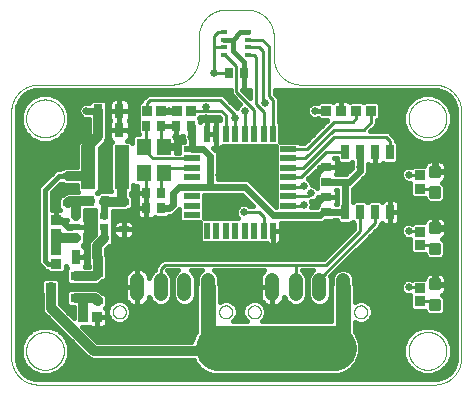
<source format=gtl>
G75*
%MOIN*%
%OFA0B0*%
%FSLAX25Y25*%
%IPPOS*%
%LPD*%
%AMOC8*
5,1,8,0,0,1.08239X$1,22.5*
%
%ADD10C,0.00000*%
%ADD11R,0.02756X0.03543*%
%ADD12R,0.03150X0.04724*%
%ADD13R,0.03268X0.02480*%
%ADD14R,0.04724X0.14567*%
%ADD15R,0.03543X0.03346*%
%ADD16R,0.05709X0.01969*%
%ADD17R,0.01969X0.05709*%
%ADD18R,0.01969X0.01378*%
%ADD19R,0.03543X0.02756*%
%ADD20C,0.01181*%
%ADD21R,0.02500X0.05000*%
%ADD22R,0.03150X0.02480*%
%ADD23R,0.03200X0.03500*%
%ADD24R,0.04724X0.05512*%
%ADD25R,0.03543X0.03150*%
%ADD26R,0.03346X0.03543*%
%ADD27C,0.04756*%
%ADD28C,0.03200*%
%ADD29C,0.01600*%
%ADD30C,0.02400*%
%ADD31C,0.01000*%
%ADD32C,0.02500*%
%ADD33C,0.05000*%
%ADD34C,0.15000*%
D10*
X0014550Y0005550D02*
X0146550Y0005550D01*
X0146767Y0005553D01*
X0146985Y0005561D01*
X0147202Y0005574D01*
X0147419Y0005592D01*
X0147635Y0005616D01*
X0147850Y0005644D01*
X0148065Y0005678D01*
X0148279Y0005718D01*
X0148492Y0005762D01*
X0148704Y0005812D01*
X0148914Y0005866D01*
X0149124Y0005926D01*
X0149331Y0005990D01*
X0149537Y0006060D01*
X0149741Y0006135D01*
X0149944Y0006214D01*
X0150144Y0006299D01*
X0150343Y0006388D01*
X0150539Y0006482D01*
X0150733Y0006581D01*
X0150924Y0006684D01*
X0151113Y0006792D01*
X0151299Y0006905D01*
X0151482Y0007022D01*
X0151663Y0007143D01*
X0151840Y0007269D01*
X0152014Y0007399D01*
X0152186Y0007533D01*
X0152354Y0007671D01*
X0152518Y0007813D01*
X0152679Y0007960D01*
X0152837Y0008110D01*
X0152990Y0008263D01*
X0153140Y0008421D01*
X0153287Y0008582D01*
X0153429Y0008746D01*
X0153567Y0008914D01*
X0153701Y0009086D01*
X0153831Y0009260D01*
X0153957Y0009437D01*
X0154078Y0009618D01*
X0154195Y0009801D01*
X0154308Y0009987D01*
X0154416Y0010176D01*
X0154519Y0010367D01*
X0154618Y0010561D01*
X0154712Y0010757D01*
X0154801Y0010956D01*
X0154886Y0011156D01*
X0154965Y0011359D01*
X0155040Y0011563D01*
X0155110Y0011769D01*
X0155174Y0011976D01*
X0155234Y0012186D01*
X0155288Y0012396D01*
X0155338Y0012608D01*
X0155382Y0012821D01*
X0155422Y0013035D01*
X0155456Y0013250D01*
X0155484Y0013465D01*
X0155508Y0013681D01*
X0155526Y0013898D01*
X0155539Y0014115D01*
X0155547Y0014333D01*
X0155550Y0014550D01*
X0155550Y0096550D01*
X0155547Y0096767D01*
X0155539Y0096985D01*
X0155526Y0097202D01*
X0155508Y0097419D01*
X0155484Y0097635D01*
X0155456Y0097850D01*
X0155422Y0098065D01*
X0155382Y0098279D01*
X0155338Y0098492D01*
X0155288Y0098704D01*
X0155234Y0098914D01*
X0155174Y0099124D01*
X0155110Y0099331D01*
X0155040Y0099537D01*
X0154965Y0099741D01*
X0154886Y0099944D01*
X0154801Y0100144D01*
X0154712Y0100343D01*
X0154618Y0100539D01*
X0154519Y0100733D01*
X0154416Y0100924D01*
X0154308Y0101113D01*
X0154195Y0101299D01*
X0154078Y0101482D01*
X0153957Y0101663D01*
X0153831Y0101840D01*
X0153701Y0102014D01*
X0153567Y0102186D01*
X0153429Y0102354D01*
X0153287Y0102518D01*
X0153140Y0102679D01*
X0152990Y0102837D01*
X0152837Y0102990D01*
X0152679Y0103140D01*
X0152518Y0103287D01*
X0152354Y0103429D01*
X0152186Y0103567D01*
X0152014Y0103701D01*
X0151840Y0103831D01*
X0151663Y0103957D01*
X0151482Y0104078D01*
X0151299Y0104195D01*
X0151113Y0104308D01*
X0150924Y0104416D01*
X0150733Y0104519D01*
X0150539Y0104618D01*
X0150343Y0104712D01*
X0150144Y0104801D01*
X0149944Y0104886D01*
X0149741Y0104965D01*
X0149537Y0105040D01*
X0149331Y0105110D01*
X0149124Y0105174D01*
X0148914Y0105234D01*
X0148704Y0105288D01*
X0148492Y0105338D01*
X0148279Y0105382D01*
X0148065Y0105422D01*
X0147850Y0105456D01*
X0147635Y0105484D01*
X0147419Y0105508D01*
X0147202Y0105526D01*
X0146985Y0105539D01*
X0146767Y0105547D01*
X0146550Y0105550D01*
X0102050Y0105550D01*
X0101833Y0105553D01*
X0101615Y0105561D01*
X0101398Y0105574D01*
X0101181Y0105592D01*
X0100965Y0105616D01*
X0100750Y0105644D01*
X0100535Y0105678D01*
X0100321Y0105718D01*
X0100108Y0105762D01*
X0099896Y0105812D01*
X0099686Y0105866D01*
X0099476Y0105926D01*
X0099269Y0105990D01*
X0099063Y0106060D01*
X0098859Y0106135D01*
X0098656Y0106214D01*
X0098456Y0106299D01*
X0098257Y0106388D01*
X0098061Y0106482D01*
X0097867Y0106581D01*
X0097676Y0106684D01*
X0097487Y0106792D01*
X0097301Y0106905D01*
X0097118Y0107022D01*
X0096937Y0107143D01*
X0096760Y0107269D01*
X0096586Y0107399D01*
X0096414Y0107533D01*
X0096246Y0107671D01*
X0096082Y0107813D01*
X0095921Y0107960D01*
X0095763Y0108110D01*
X0095610Y0108263D01*
X0095460Y0108421D01*
X0095313Y0108582D01*
X0095171Y0108746D01*
X0095033Y0108914D01*
X0094899Y0109086D01*
X0094769Y0109260D01*
X0094643Y0109437D01*
X0094522Y0109618D01*
X0094405Y0109801D01*
X0094292Y0109987D01*
X0094184Y0110176D01*
X0094081Y0110367D01*
X0093982Y0110561D01*
X0093888Y0110757D01*
X0093799Y0110956D01*
X0093714Y0111156D01*
X0093635Y0111359D01*
X0093560Y0111563D01*
X0093490Y0111769D01*
X0093426Y0111976D01*
X0093366Y0112186D01*
X0093312Y0112396D01*
X0093262Y0112608D01*
X0093218Y0112821D01*
X0093178Y0113035D01*
X0093144Y0113250D01*
X0093116Y0113465D01*
X0093092Y0113681D01*
X0093074Y0113898D01*
X0093061Y0114115D01*
X0093053Y0114333D01*
X0093050Y0114550D01*
X0093050Y0121550D01*
X0093047Y0121767D01*
X0093039Y0121985D01*
X0093026Y0122202D01*
X0093008Y0122419D01*
X0092984Y0122635D01*
X0092956Y0122850D01*
X0092922Y0123065D01*
X0092882Y0123279D01*
X0092838Y0123492D01*
X0092788Y0123704D01*
X0092734Y0123914D01*
X0092674Y0124124D01*
X0092610Y0124331D01*
X0092540Y0124537D01*
X0092465Y0124741D01*
X0092386Y0124944D01*
X0092301Y0125144D01*
X0092212Y0125343D01*
X0092118Y0125539D01*
X0092019Y0125733D01*
X0091916Y0125924D01*
X0091808Y0126113D01*
X0091695Y0126299D01*
X0091578Y0126482D01*
X0091457Y0126663D01*
X0091331Y0126840D01*
X0091201Y0127014D01*
X0091067Y0127186D01*
X0090929Y0127354D01*
X0090787Y0127518D01*
X0090640Y0127679D01*
X0090490Y0127837D01*
X0090337Y0127990D01*
X0090179Y0128140D01*
X0090018Y0128287D01*
X0089854Y0128429D01*
X0089686Y0128567D01*
X0089514Y0128701D01*
X0089340Y0128831D01*
X0089163Y0128957D01*
X0088982Y0129078D01*
X0088799Y0129195D01*
X0088613Y0129308D01*
X0088424Y0129416D01*
X0088233Y0129519D01*
X0088039Y0129618D01*
X0087843Y0129712D01*
X0087644Y0129801D01*
X0087444Y0129886D01*
X0087241Y0129965D01*
X0087037Y0130040D01*
X0086831Y0130110D01*
X0086624Y0130174D01*
X0086414Y0130234D01*
X0086204Y0130288D01*
X0085992Y0130338D01*
X0085779Y0130382D01*
X0085565Y0130422D01*
X0085350Y0130456D01*
X0085135Y0130484D01*
X0084919Y0130508D01*
X0084702Y0130526D01*
X0084485Y0130539D01*
X0084267Y0130547D01*
X0084050Y0130550D01*
X0077050Y0130550D01*
X0076833Y0130547D01*
X0076615Y0130539D01*
X0076398Y0130526D01*
X0076181Y0130508D01*
X0075965Y0130484D01*
X0075750Y0130456D01*
X0075535Y0130422D01*
X0075321Y0130382D01*
X0075108Y0130338D01*
X0074896Y0130288D01*
X0074686Y0130234D01*
X0074476Y0130174D01*
X0074269Y0130110D01*
X0074063Y0130040D01*
X0073859Y0129965D01*
X0073656Y0129886D01*
X0073456Y0129801D01*
X0073257Y0129712D01*
X0073061Y0129618D01*
X0072867Y0129519D01*
X0072676Y0129416D01*
X0072487Y0129308D01*
X0072301Y0129195D01*
X0072118Y0129078D01*
X0071937Y0128957D01*
X0071760Y0128831D01*
X0071586Y0128701D01*
X0071414Y0128567D01*
X0071246Y0128429D01*
X0071082Y0128287D01*
X0070921Y0128140D01*
X0070763Y0127990D01*
X0070610Y0127837D01*
X0070460Y0127679D01*
X0070313Y0127518D01*
X0070171Y0127354D01*
X0070033Y0127186D01*
X0069899Y0127014D01*
X0069769Y0126840D01*
X0069643Y0126663D01*
X0069522Y0126482D01*
X0069405Y0126299D01*
X0069292Y0126113D01*
X0069184Y0125924D01*
X0069081Y0125733D01*
X0068982Y0125539D01*
X0068888Y0125343D01*
X0068799Y0125144D01*
X0068714Y0124944D01*
X0068635Y0124741D01*
X0068560Y0124537D01*
X0068490Y0124331D01*
X0068426Y0124124D01*
X0068366Y0123914D01*
X0068312Y0123704D01*
X0068262Y0123492D01*
X0068218Y0123279D01*
X0068178Y0123065D01*
X0068144Y0122850D01*
X0068116Y0122635D01*
X0068092Y0122419D01*
X0068074Y0122202D01*
X0068061Y0121985D01*
X0068053Y0121767D01*
X0068050Y0121550D01*
X0068050Y0114550D01*
X0068047Y0114333D01*
X0068039Y0114115D01*
X0068026Y0113898D01*
X0068008Y0113681D01*
X0067984Y0113465D01*
X0067956Y0113250D01*
X0067922Y0113035D01*
X0067882Y0112821D01*
X0067838Y0112608D01*
X0067788Y0112396D01*
X0067734Y0112186D01*
X0067674Y0111976D01*
X0067610Y0111769D01*
X0067540Y0111563D01*
X0067465Y0111359D01*
X0067386Y0111156D01*
X0067301Y0110956D01*
X0067212Y0110757D01*
X0067118Y0110561D01*
X0067019Y0110367D01*
X0066916Y0110176D01*
X0066808Y0109987D01*
X0066695Y0109801D01*
X0066578Y0109618D01*
X0066457Y0109437D01*
X0066331Y0109260D01*
X0066201Y0109086D01*
X0066067Y0108914D01*
X0065929Y0108746D01*
X0065787Y0108582D01*
X0065640Y0108421D01*
X0065490Y0108263D01*
X0065337Y0108110D01*
X0065179Y0107960D01*
X0065018Y0107813D01*
X0064854Y0107671D01*
X0064686Y0107533D01*
X0064514Y0107399D01*
X0064340Y0107269D01*
X0064163Y0107143D01*
X0063982Y0107022D01*
X0063799Y0106905D01*
X0063613Y0106792D01*
X0063424Y0106684D01*
X0063233Y0106581D01*
X0063039Y0106482D01*
X0062843Y0106388D01*
X0062644Y0106299D01*
X0062444Y0106214D01*
X0062241Y0106135D01*
X0062037Y0106060D01*
X0061831Y0105990D01*
X0061624Y0105926D01*
X0061414Y0105866D01*
X0061204Y0105812D01*
X0060992Y0105762D01*
X0060779Y0105718D01*
X0060565Y0105678D01*
X0060350Y0105644D01*
X0060135Y0105616D01*
X0059919Y0105592D01*
X0059702Y0105574D01*
X0059485Y0105561D01*
X0059267Y0105553D01*
X0059050Y0105550D01*
X0014550Y0105550D01*
X0014333Y0105547D01*
X0014115Y0105539D01*
X0013898Y0105526D01*
X0013681Y0105508D01*
X0013465Y0105484D01*
X0013250Y0105456D01*
X0013035Y0105422D01*
X0012821Y0105382D01*
X0012608Y0105338D01*
X0012396Y0105288D01*
X0012186Y0105234D01*
X0011976Y0105174D01*
X0011769Y0105110D01*
X0011563Y0105040D01*
X0011359Y0104965D01*
X0011156Y0104886D01*
X0010956Y0104801D01*
X0010757Y0104712D01*
X0010561Y0104618D01*
X0010367Y0104519D01*
X0010176Y0104416D01*
X0009987Y0104308D01*
X0009801Y0104195D01*
X0009618Y0104078D01*
X0009437Y0103957D01*
X0009260Y0103831D01*
X0009086Y0103701D01*
X0008914Y0103567D01*
X0008746Y0103429D01*
X0008582Y0103287D01*
X0008421Y0103140D01*
X0008263Y0102990D01*
X0008110Y0102837D01*
X0007960Y0102679D01*
X0007813Y0102518D01*
X0007671Y0102354D01*
X0007533Y0102186D01*
X0007399Y0102014D01*
X0007269Y0101840D01*
X0007143Y0101663D01*
X0007022Y0101482D01*
X0006905Y0101299D01*
X0006792Y0101113D01*
X0006684Y0100924D01*
X0006581Y0100733D01*
X0006482Y0100539D01*
X0006388Y0100343D01*
X0006299Y0100144D01*
X0006214Y0099944D01*
X0006135Y0099741D01*
X0006060Y0099537D01*
X0005990Y0099331D01*
X0005926Y0099124D01*
X0005866Y0098914D01*
X0005812Y0098704D01*
X0005762Y0098492D01*
X0005718Y0098279D01*
X0005678Y0098065D01*
X0005644Y0097850D01*
X0005616Y0097635D01*
X0005592Y0097419D01*
X0005574Y0097202D01*
X0005561Y0096985D01*
X0005553Y0096767D01*
X0005550Y0096550D01*
X0005550Y0014550D01*
X0005553Y0014333D01*
X0005561Y0014115D01*
X0005574Y0013898D01*
X0005592Y0013681D01*
X0005616Y0013465D01*
X0005644Y0013250D01*
X0005678Y0013035D01*
X0005718Y0012821D01*
X0005762Y0012608D01*
X0005812Y0012396D01*
X0005866Y0012186D01*
X0005926Y0011976D01*
X0005990Y0011769D01*
X0006060Y0011563D01*
X0006135Y0011359D01*
X0006214Y0011156D01*
X0006299Y0010956D01*
X0006388Y0010757D01*
X0006482Y0010561D01*
X0006581Y0010367D01*
X0006684Y0010176D01*
X0006792Y0009987D01*
X0006905Y0009801D01*
X0007022Y0009618D01*
X0007143Y0009437D01*
X0007269Y0009260D01*
X0007399Y0009086D01*
X0007533Y0008914D01*
X0007671Y0008746D01*
X0007813Y0008582D01*
X0007960Y0008421D01*
X0008110Y0008263D01*
X0008263Y0008110D01*
X0008421Y0007960D01*
X0008582Y0007813D01*
X0008746Y0007671D01*
X0008914Y0007533D01*
X0009086Y0007399D01*
X0009260Y0007269D01*
X0009437Y0007143D01*
X0009618Y0007022D01*
X0009801Y0006905D01*
X0009987Y0006792D01*
X0010176Y0006684D01*
X0010367Y0006581D01*
X0010561Y0006482D01*
X0010757Y0006388D01*
X0010956Y0006299D01*
X0011156Y0006214D01*
X0011359Y0006135D01*
X0011563Y0006060D01*
X0011769Y0005990D01*
X0011976Y0005926D01*
X0012186Y0005866D01*
X0012396Y0005812D01*
X0012608Y0005762D01*
X0012821Y0005718D01*
X0013035Y0005678D01*
X0013250Y0005644D01*
X0013465Y0005616D01*
X0013681Y0005592D01*
X0013898Y0005574D01*
X0014115Y0005561D01*
X0014333Y0005553D01*
X0014550Y0005550D01*
X0010501Y0016800D02*
X0010503Y0016958D01*
X0010509Y0017116D01*
X0010519Y0017274D01*
X0010533Y0017432D01*
X0010551Y0017589D01*
X0010572Y0017746D01*
X0010598Y0017902D01*
X0010628Y0018058D01*
X0010661Y0018213D01*
X0010699Y0018366D01*
X0010740Y0018519D01*
X0010785Y0018671D01*
X0010834Y0018822D01*
X0010887Y0018971D01*
X0010943Y0019119D01*
X0011003Y0019265D01*
X0011067Y0019410D01*
X0011135Y0019553D01*
X0011206Y0019695D01*
X0011280Y0019835D01*
X0011358Y0019972D01*
X0011440Y0020108D01*
X0011524Y0020242D01*
X0011613Y0020373D01*
X0011704Y0020502D01*
X0011799Y0020629D01*
X0011896Y0020754D01*
X0011997Y0020876D01*
X0012101Y0020995D01*
X0012208Y0021112D01*
X0012318Y0021226D01*
X0012431Y0021337D01*
X0012546Y0021446D01*
X0012664Y0021551D01*
X0012785Y0021653D01*
X0012908Y0021753D01*
X0013034Y0021849D01*
X0013162Y0021942D01*
X0013292Y0022032D01*
X0013425Y0022118D01*
X0013560Y0022202D01*
X0013696Y0022281D01*
X0013835Y0022358D01*
X0013976Y0022430D01*
X0014118Y0022500D01*
X0014262Y0022565D01*
X0014408Y0022627D01*
X0014555Y0022685D01*
X0014704Y0022740D01*
X0014854Y0022791D01*
X0015005Y0022838D01*
X0015157Y0022881D01*
X0015310Y0022920D01*
X0015465Y0022956D01*
X0015620Y0022987D01*
X0015776Y0023015D01*
X0015932Y0023039D01*
X0016089Y0023059D01*
X0016247Y0023075D01*
X0016404Y0023087D01*
X0016563Y0023095D01*
X0016721Y0023099D01*
X0016879Y0023099D01*
X0017037Y0023095D01*
X0017196Y0023087D01*
X0017353Y0023075D01*
X0017511Y0023059D01*
X0017668Y0023039D01*
X0017824Y0023015D01*
X0017980Y0022987D01*
X0018135Y0022956D01*
X0018290Y0022920D01*
X0018443Y0022881D01*
X0018595Y0022838D01*
X0018746Y0022791D01*
X0018896Y0022740D01*
X0019045Y0022685D01*
X0019192Y0022627D01*
X0019338Y0022565D01*
X0019482Y0022500D01*
X0019624Y0022430D01*
X0019765Y0022358D01*
X0019904Y0022281D01*
X0020040Y0022202D01*
X0020175Y0022118D01*
X0020308Y0022032D01*
X0020438Y0021942D01*
X0020566Y0021849D01*
X0020692Y0021753D01*
X0020815Y0021653D01*
X0020936Y0021551D01*
X0021054Y0021446D01*
X0021169Y0021337D01*
X0021282Y0021226D01*
X0021392Y0021112D01*
X0021499Y0020995D01*
X0021603Y0020876D01*
X0021704Y0020754D01*
X0021801Y0020629D01*
X0021896Y0020502D01*
X0021987Y0020373D01*
X0022076Y0020242D01*
X0022160Y0020108D01*
X0022242Y0019972D01*
X0022320Y0019835D01*
X0022394Y0019695D01*
X0022465Y0019553D01*
X0022533Y0019410D01*
X0022597Y0019265D01*
X0022657Y0019119D01*
X0022713Y0018971D01*
X0022766Y0018822D01*
X0022815Y0018671D01*
X0022860Y0018519D01*
X0022901Y0018366D01*
X0022939Y0018213D01*
X0022972Y0018058D01*
X0023002Y0017902D01*
X0023028Y0017746D01*
X0023049Y0017589D01*
X0023067Y0017432D01*
X0023081Y0017274D01*
X0023091Y0017116D01*
X0023097Y0016958D01*
X0023099Y0016800D01*
X0023097Y0016642D01*
X0023091Y0016484D01*
X0023081Y0016326D01*
X0023067Y0016168D01*
X0023049Y0016011D01*
X0023028Y0015854D01*
X0023002Y0015698D01*
X0022972Y0015542D01*
X0022939Y0015387D01*
X0022901Y0015234D01*
X0022860Y0015081D01*
X0022815Y0014929D01*
X0022766Y0014778D01*
X0022713Y0014629D01*
X0022657Y0014481D01*
X0022597Y0014335D01*
X0022533Y0014190D01*
X0022465Y0014047D01*
X0022394Y0013905D01*
X0022320Y0013765D01*
X0022242Y0013628D01*
X0022160Y0013492D01*
X0022076Y0013358D01*
X0021987Y0013227D01*
X0021896Y0013098D01*
X0021801Y0012971D01*
X0021704Y0012846D01*
X0021603Y0012724D01*
X0021499Y0012605D01*
X0021392Y0012488D01*
X0021282Y0012374D01*
X0021169Y0012263D01*
X0021054Y0012154D01*
X0020936Y0012049D01*
X0020815Y0011947D01*
X0020692Y0011847D01*
X0020566Y0011751D01*
X0020438Y0011658D01*
X0020308Y0011568D01*
X0020175Y0011482D01*
X0020040Y0011398D01*
X0019904Y0011319D01*
X0019765Y0011242D01*
X0019624Y0011170D01*
X0019482Y0011100D01*
X0019338Y0011035D01*
X0019192Y0010973D01*
X0019045Y0010915D01*
X0018896Y0010860D01*
X0018746Y0010809D01*
X0018595Y0010762D01*
X0018443Y0010719D01*
X0018290Y0010680D01*
X0018135Y0010644D01*
X0017980Y0010613D01*
X0017824Y0010585D01*
X0017668Y0010561D01*
X0017511Y0010541D01*
X0017353Y0010525D01*
X0017196Y0010513D01*
X0017037Y0010505D01*
X0016879Y0010501D01*
X0016721Y0010501D01*
X0016563Y0010505D01*
X0016404Y0010513D01*
X0016247Y0010525D01*
X0016089Y0010541D01*
X0015932Y0010561D01*
X0015776Y0010585D01*
X0015620Y0010613D01*
X0015465Y0010644D01*
X0015310Y0010680D01*
X0015157Y0010719D01*
X0015005Y0010762D01*
X0014854Y0010809D01*
X0014704Y0010860D01*
X0014555Y0010915D01*
X0014408Y0010973D01*
X0014262Y0011035D01*
X0014118Y0011100D01*
X0013976Y0011170D01*
X0013835Y0011242D01*
X0013696Y0011319D01*
X0013560Y0011398D01*
X0013425Y0011482D01*
X0013292Y0011568D01*
X0013162Y0011658D01*
X0013034Y0011751D01*
X0012908Y0011847D01*
X0012785Y0011947D01*
X0012664Y0012049D01*
X0012546Y0012154D01*
X0012431Y0012263D01*
X0012318Y0012374D01*
X0012208Y0012488D01*
X0012101Y0012605D01*
X0011997Y0012724D01*
X0011896Y0012846D01*
X0011799Y0012971D01*
X0011704Y0013098D01*
X0011613Y0013227D01*
X0011524Y0013358D01*
X0011440Y0013492D01*
X0011358Y0013628D01*
X0011280Y0013765D01*
X0011206Y0013905D01*
X0011135Y0014047D01*
X0011067Y0014190D01*
X0011003Y0014335D01*
X0010943Y0014481D01*
X0010887Y0014629D01*
X0010834Y0014778D01*
X0010785Y0014929D01*
X0010740Y0015081D01*
X0010699Y0015234D01*
X0010661Y0015387D01*
X0010628Y0015542D01*
X0010598Y0015698D01*
X0010572Y0015854D01*
X0010551Y0016011D01*
X0010533Y0016168D01*
X0010519Y0016326D01*
X0010509Y0016484D01*
X0010503Y0016642D01*
X0010501Y0016800D01*
X0039418Y0029782D02*
X0039420Y0029875D01*
X0039426Y0029967D01*
X0039436Y0030059D01*
X0039450Y0030150D01*
X0039467Y0030241D01*
X0039489Y0030331D01*
X0039514Y0030420D01*
X0039543Y0030508D01*
X0039576Y0030594D01*
X0039613Y0030679D01*
X0039653Y0030763D01*
X0039697Y0030844D01*
X0039744Y0030924D01*
X0039794Y0031002D01*
X0039848Y0031077D01*
X0039905Y0031150D01*
X0039965Y0031220D01*
X0040028Y0031288D01*
X0040094Y0031353D01*
X0040162Y0031415D01*
X0040233Y0031475D01*
X0040307Y0031531D01*
X0040383Y0031584D01*
X0040461Y0031633D01*
X0040541Y0031680D01*
X0040623Y0031722D01*
X0040707Y0031762D01*
X0040792Y0031797D01*
X0040879Y0031829D01*
X0040967Y0031858D01*
X0041056Y0031882D01*
X0041146Y0031903D01*
X0041237Y0031919D01*
X0041329Y0031932D01*
X0041421Y0031941D01*
X0041514Y0031946D01*
X0041606Y0031947D01*
X0041699Y0031944D01*
X0041791Y0031937D01*
X0041883Y0031926D01*
X0041974Y0031911D01*
X0042065Y0031893D01*
X0042155Y0031870D01*
X0042243Y0031844D01*
X0042331Y0031814D01*
X0042417Y0031780D01*
X0042501Y0031743D01*
X0042584Y0031701D01*
X0042665Y0031657D01*
X0042745Y0031609D01*
X0042822Y0031558D01*
X0042896Y0031503D01*
X0042969Y0031445D01*
X0043039Y0031385D01*
X0043106Y0031321D01*
X0043170Y0031255D01*
X0043232Y0031185D01*
X0043290Y0031114D01*
X0043345Y0031040D01*
X0043397Y0030963D01*
X0043446Y0030884D01*
X0043492Y0030804D01*
X0043534Y0030721D01*
X0043572Y0030637D01*
X0043607Y0030551D01*
X0043638Y0030464D01*
X0043665Y0030376D01*
X0043688Y0030286D01*
X0043708Y0030196D01*
X0043724Y0030105D01*
X0043736Y0030013D01*
X0043744Y0029921D01*
X0043748Y0029828D01*
X0043748Y0029736D01*
X0043744Y0029643D01*
X0043736Y0029551D01*
X0043724Y0029459D01*
X0043708Y0029368D01*
X0043688Y0029278D01*
X0043665Y0029188D01*
X0043638Y0029100D01*
X0043607Y0029013D01*
X0043572Y0028927D01*
X0043534Y0028843D01*
X0043492Y0028760D01*
X0043446Y0028680D01*
X0043397Y0028601D01*
X0043345Y0028524D01*
X0043290Y0028450D01*
X0043232Y0028379D01*
X0043170Y0028309D01*
X0043106Y0028243D01*
X0043039Y0028179D01*
X0042969Y0028119D01*
X0042896Y0028061D01*
X0042822Y0028006D01*
X0042745Y0027955D01*
X0042666Y0027907D01*
X0042584Y0027863D01*
X0042501Y0027821D01*
X0042417Y0027784D01*
X0042331Y0027750D01*
X0042243Y0027720D01*
X0042155Y0027694D01*
X0042065Y0027671D01*
X0041974Y0027653D01*
X0041883Y0027638D01*
X0041791Y0027627D01*
X0041699Y0027620D01*
X0041606Y0027617D01*
X0041514Y0027618D01*
X0041421Y0027623D01*
X0041329Y0027632D01*
X0041237Y0027645D01*
X0041146Y0027661D01*
X0041056Y0027682D01*
X0040967Y0027706D01*
X0040879Y0027735D01*
X0040792Y0027767D01*
X0040707Y0027802D01*
X0040623Y0027842D01*
X0040541Y0027884D01*
X0040461Y0027931D01*
X0040383Y0027980D01*
X0040307Y0028033D01*
X0040233Y0028089D01*
X0040162Y0028149D01*
X0040094Y0028211D01*
X0040028Y0028276D01*
X0039965Y0028344D01*
X0039905Y0028414D01*
X0039848Y0028487D01*
X0039794Y0028562D01*
X0039744Y0028640D01*
X0039697Y0028720D01*
X0039653Y0028801D01*
X0039613Y0028885D01*
X0039576Y0028970D01*
X0039543Y0029056D01*
X0039514Y0029144D01*
X0039489Y0029233D01*
X0039467Y0029323D01*
X0039450Y0029414D01*
X0039436Y0029505D01*
X0039426Y0029597D01*
X0039420Y0029689D01*
X0039418Y0029782D01*
X0074852Y0029782D02*
X0074854Y0029875D01*
X0074860Y0029967D01*
X0074870Y0030059D01*
X0074884Y0030150D01*
X0074901Y0030241D01*
X0074923Y0030331D01*
X0074948Y0030420D01*
X0074977Y0030508D01*
X0075010Y0030594D01*
X0075047Y0030679D01*
X0075087Y0030763D01*
X0075131Y0030844D01*
X0075178Y0030924D01*
X0075228Y0031002D01*
X0075282Y0031077D01*
X0075339Y0031150D01*
X0075399Y0031220D01*
X0075462Y0031288D01*
X0075528Y0031353D01*
X0075596Y0031415D01*
X0075667Y0031475D01*
X0075741Y0031531D01*
X0075817Y0031584D01*
X0075895Y0031633D01*
X0075975Y0031680D01*
X0076057Y0031722D01*
X0076141Y0031762D01*
X0076226Y0031797D01*
X0076313Y0031829D01*
X0076401Y0031858D01*
X0076490Y0031882D01*
X0076580Y0031903D01*
X0076671Y0031919D01*
X0076763Y0031932D01*
X0076855Y0031941D01*
X0076948Y0031946D01*
X0077040Y0031947D01*
X0077133Y0031944D01*
X0077225Y0031937D01*
X0077317Y0031926D01*
X0077408Y0031911D01*
X0077499Y0031893D01*
X0077589Y0031870D01*
X0077677Y0031844D01*
X0077765Y0031814D01*
X0077851Y0031780D01*
X0077935Y0031743D01*
X0078018Y0031701D01*
X0078099Y0031657D01*
X0078179Y0031609D01*
X0078256Y0031558D01*
X0078330Y0031503D01*
X0078403Y0031445D01*
X0078473Y0031385D01*
X0078540Y0031321D01*
X0078604Y0031255D01*
X0078666Y0031185D01*
X0078724Y0031114D01*
X0078779Y0031040D01*
X0078831Y0030963D01*
X0078880Y0030884D01*
X0078926Y0030804D01*
X0078968Y0030721D01*
X0079006Y0030637D01*
X0079041Y0030551D01*
X0079072Y0030464D01*
X0079099Y0030376D01*
X0079122Y0030286D01*
X0079142Y0030196D01*
X0079158Y0030105D01*
X0079170Y0030013D01*
X0079178Y0029921D01*
X0079182Y0029828D01*
X0079182Y0029736D01*
X0079178Y0029643D01*
X0079170Y0029551D01*
X0079158Y0029459D01*
X0079142Y0029368D01*
X0079122Y0029278D01*
X0079099Y0029188D01*
X0079072Y0029100D01*
X0079041Y0029013D01*
X0079006Y0028927D01*
X0078968Y0028843D01*
X0078926Y0028760D01*
X0078880Y0028680D01*
X0078831Y0028601D01*
X0078779Y0028524D01*
X0078724Y0028450D01*
X0078666Y0028379D01*
X0078604Y0028309D01*
X0078540Y0028243D01*
X0078473Y0028179D01*
X0078403Y0028119D01*
X0078330Y0028061D01*
X0078256Y0028006D01*
X0078179Y0027955D01*
X0078100Y0027907D01*
X0078018Y0027863D01*
X0077935Y0027821D01*
X0077851Y0027784D01*
X0077765Y0027750D01*
X0077677Y0027720D01*
X0077589Y0027694D01*
X0077499Y0027671D01*
X0077408Y0027653D01*
X0077317Y0027638D01*
X0077225Y0027627D01*
X0077133Y0027620D01*
X0077040Y0027617D01*
X0076948Y0027618D01*
X0076855Y0027623D01*
X0076763Y0027632D01*
X0076671Y0027645D01*
X0076580Y0027661D01*
X0076490Y0027682D01*
X0076401Y0027706D01*
X0076313Y0027735D01*
X0076226Y0027767D01*
X0076141Y0027802D01*
X0076057Y0027842D01*
X0075975Y0027884D01*
X0075895Y0027931D01*
X0075817Y0027980D01*
X0075741Y0028033D01*
X0075667Y0028089D01*
X0075596Y0028149D01*
X0075528Y0028211D01*
X0075462Y0028276D01*
X0075399Y0028344D01*
X0075339Y0028414D01*
X0075282Y0028487D01*
X0075228Y0028562D01*
X0075178Y0028640D01*
X0075131Y0028720D01*
X0075087Y0028801D01*
X0075047Y0028885D01*
X0075010Y0028970D01*
X0074977Y0029056D01*
X0074948Y0029144D01*
X0074923Y0029233D01*
X0074901Y0029323D01*
X0074884Y0029414D01*
X0074870Y0029505D01*
X0074860Y0029597D01*
X0074854Y0029689D01*
X0074852Y0029782D01*
X0084418Y0029782D02*
X0084420Y0029875D01*
X0084426Y0029967D01*
X0084436Y0030059D01*
X0084450Y0030150D01*
X0084467Y0030241D01*
X0084489Y0030331D01*
X0084514Y0030420D01*
X0084543Y0030508D01*
X0084576Y0030594D01*
X0084613Y0030679D01*
X0084653Y0030763D01*
X0084697Y0030844D01*
X0084744Y0030924D01*
X0084794Y0031002D01*
X0084848Y0031077D01*
X0084905Y0031150D01*
X0084965Y0031220D01*
X0085028Y0031288D01*
X0085094Y0031353D01*
X0085162Y0031415D01*
X0085233Y0031475D01*
X0085307Y0031531D01*
X0085383Y0031584D01*
X0085461Y0031633D01*
X0085541Y0031680D01*
X0085623Y0031722D01*
X0085707Y0031762D01*
X0085792Y0031797D01*
X0085879Y0031829D01*
X0085967Y0031858D01*
X0086056Y0031882D01*
X0086146Y0031903D01*
X0086237Y0031919D01*
X0086329Y0031932D01*
X0086421Y0031941D01*
X0086514Y0031946D01*
X0086606Y0031947D01*
X0086699Y0031944D01*
X0086791Y0031937D01*
X0086883Y0031926D01*
X0086974Y0031911D01*
X0087065Y0031893D01*
X0087155Y0031870D01*
X0087243Y0031844D01*
X0087331Y0031814D01*
X0087417Y0031780D01*
X0087501Y0031743D01*
X0087584Y0031701D01*
X0087665Y0031657D01*
X0087745Y0031609D01*
X0087822Y0031558D01*
X0087896Y0031503D01*
X0087969Y0031445D01*
X0088039Y0031385D01*
X0088106Y0031321D01*
X0088170Y0031255D01*
X0088232Y0031185D01*
X0088290Y0031114D01*
X0088345Y0031040D01*
X0088397Y0030963D01*
X0088446Y0030884D01*
X0088492Y0030804D01*
X0088534Y0030721D01*
X0088572Y0030637D01*
X0088607Y0030551D01*
X0088638Y0030464D01*
X0088665Y0030376D01*
X0088688Y0030286D01*
X0088708Y0030196D01*
X0088724Y0030105D01*
X0088736Y0030013D01*
X0088744Y0029921D01*
X0088748Y0029828D01*
X0088748Y0029736D01*
X0088744Y0029643D01*
X0088736Y0029551D01*
X0088724Y0029459D01*
X0088708Y0029368D01*
X0088688Y0029278D01*
X0088665Y0029188D01*
X0088638Y0029100D01*
X0088607Y0029013D01*
X0088572Y0028927D01*
X0088534Y0028843D01*
X0088492Y0028760D01*
X0088446Y0028680D01*
X0088397Y0028601D01*
X0088345Y0028524D01*
X0088290Y0028450D01*
X0088232Y0028379D01*
X0088170Y0028309D01*
X0088106Y0028243D01*
X0088039Y0028179D01*
X0087969Y0028119D01*
X0087896Y0028061D01*
X0087822Y0028006D01*
X0087745Y0027955D01*
X0087666Y0027907D01*
X0087584Y0027863D01*
X0087501Y0027821D01*
X0087417Y0027784D01*
X0087331Y0027750D01*
X0087243Y0027720D01*
X0087155Y0027694D01*
X0087065Y0027671D01*
X0086974Y0027653D01*
X0086883Y0027638D01*
X0086791Y0027627D01*
X0086699Y0027620D01*
X0086606Y0027617D01*
X0086514Y0027618D01*
X0086421Y0027623D01*
X0086329Y0027632D01*
X0086237Y0027645D01*
X0086146Y0027661D01*
X0086056Y0027682D01*
X0085967Y0027706D01*
X0085879Y0027735D01*
X0085792Y0027767D01*
X0085707Y0027802D01*
X0085623Y0027842D01*
X0085541Y0027884D01*
X0085461Y0027931D01*
X0085383Y0027980D01*
X0085307Y0028033D01*
X0085233Y0028089D01*
X0085162Y0028149D01*
X0085094Y0028211D01*
X0085028Y0028276D01*
X0084965Y0028344D01*
X0084905Y0028414D01*
X0084848Y0028487D01*
X0084794Y0028562D01*
X0084744Y0028640D01*
X0084697Y0028720D01*
X0084653Y0028801D01*
X0084613Y0028885D01*
X0084576Y0028970D01*
X0084543Y0029056D01*
X0084514Y0029144D01*
X0084489Y0029233D01*
X0084467Y0029323D01*
X0084450Y0029414D01*
X0084436Y0029505D01*
X0084426Y0029597D01*
X0084420Y0029689D01*
X0084418Y0029782D01*
X0119852Y0029782D02*
X0119854Y0029875D01*
X0119860Y0029967D01*
X0119870Y0030059D01*
X0119884Y0030150D01*
X0119901Y0030241D01*
X0119923Y0030331D01*
X0119948Y0030420D01*
X0119977Y0030508D01*
X0120010Y0030594D01*
X0120047Y0030679D01*
X0120087Y0030763D01*
X0120131Y0030844D01*
X0120178Y0030924D01*
X0120228Y0031002D01*
X0120282Y0031077D01*
X0120339Y0031150D01*
X0120399Y0031220D01*
X0120462Y0031288D01*
X0120528Y0031353D01*
X0120596Y0031415D01*
X0120667Y0031475D01*
X0120741Y0031531D01*
X0120817Y0031584D01*
X0120895Y0031633D01*
X0120975Y0031680D01*
X0121057Y0031722D01*
X0121141Y0031762D01*
X0121226Y0031797D01*
X0121313Y0031829D01*
X0121401Y0031858D01*
X0121490Y0031882D01*
X0121580Y0031903D01*
X0121671Y0031919D01*
X0121763Y0031932D01*
X0121855Y0031941D01*
X0121948Y0031946D01*
X0122040Y0031947D01*
X0122133Y0031944D01*
X0122225Y0031937D01*
X0122317Y0031926D01*
X0122408Y0031911D01*
X0122499Y0031893D01*
X0122589Y0031870D01*
X0122677Y0031844D01*
X0122765Y0031814D01*
X0122851Y0031780D01*
X0122935Y0031743D01*
X0123018Y0031701D01*
X0123099Y0031657D01*
X0123179Y0031609D01*
X0123256Y0031558D01*
X0123330Y0031503D01*
X0123403Y0031445D01*
X0123473Y0031385D01*
X0123540Y0031321D01*
X0123604Y0031255D01*
X0123666Y0031185D01*
X0123724Y0031114D01*
X0123779Y0031040D01*
X0123831Y0030963D01*
X0123880Y0030884D01*
X0123926Y0030804D01*
X0123968Y0030721D01*
X0124006Y0030637D01*
X0124041Y0030551D01*
X0124072Y0030464D01*
X0124099Y0030376D01*
X0124122Y0030286D01*
X0124142Y0030196D01*
X0124158Y0030105D01*
X0124170Y0030013D01*
X0124178Y0029921D01*
X0124182Y0029828D01*
X0124182Y0029736D01*
X0124178Y0029643D01*
X0124170Y0029551D01*
X0124158Y0029459D01*
X0124142Y0029368D01*
X0124122Y0029278D01*
X0124099Y0029188D01*
X0124072Y0029100D01*
X0124041Y0029013D01*
X0124006Y0028927D01*
X0123968Y0028843D01*
X0123926Y0028760D01*
X0123880Y0028680D01*
X0123831Y0028601D01*
X0123779Y0028524D01*
X0123724Y0028450D01*
X0123666Y0028379D01*
X0123604Y0028309D01*
X0123540Y0028243D01*
X0123473Y0028179D01*
X0123403Y0028119D01*
X0123330Y0028061D01*
X0123256Y0028006D01*
X0123179Y0027955D01*
X0123100Y0027907D01*
X0123018Y0027863D01*
X0122935Y0027821D01*
X0122851Y0027784D01*
X0122765Y0027750D01*
X0122677Y0027720D01*
X0122589Y0027694D01*
X0122499Y0027671D01*
X0122408Y0027653D01*
X0122317Y0027638D01*
X0122225Y0027627D01*
X0122133Y0027620D01*
X0122040Y0027617D01*
X0121948Y0027618D01*
X0121855Y0027623D01*
X0121763Y0027632D01*
X0121671Y0027645D01*
X0121580Y0027661D01*
X0121490Y0027682D01*
X0121401Y0027706D01*
X0121313Y0027735D01*
X0121226Y0027767D01*
X0121141Y0027802D01*
X0121057Y0027842D01*
X0120975Y0027884D01*
X0120895Y0027931D01*
X0120817Y0027980D01*
X0120741Y0028033D01*
X0120667Y0028089D01*
X0120596Y0028149D01*
X0120528Y0028211D01*
X0120462Y0028276D01*
X0120399Y0028344D01*
X0120339Y0028414D01*
X0120282Y0028487D01*
X0120228Y0028562D01*
X0120178Y0028640D01*
X0120131Y0028720D01*
X0120087Y0028801D01*
X0120047Y0028885D01*
X0120010Y0028970D01*
X0119977Y0029056D01*
X0119948Y0029144D01*
X0119923Y0029233D01*
X0119901Y0029323D01*
X0119884Y0029414D01*
X0119870Y0029505D01*
X0119860Y0029597D01*
X0119854Y0029689D01*
X0119852Y0029782D01*
X0138001Y0016800D02*
X0138003Y0016958D01*
X0138009Y0017116D01*
X0138019Y0017274D01*
X0138033Y0017432D01*
X0138051Y0017589D01*
X0138072Y0017746D01*
X0138098Y0017902D01*
X0138128Y0018058D01*
X0138161Y0018213D01*
X0138199Y0018366D01*
X0138240Y0018519D01*
X0138285Y0018671D01*
X0138334Y0018822D01*
X0138387Y0018971D01*
X0138443Y0019119D01*
X0138503Y0019265D01*
X0138567Y0019410D01*
X0138635Y0019553D01*
X0138706Y0019695D01*
X0138780Y0019835D01*
X0138858Y0019972D01*
X0138940Y0020108D01*
X0139024Y0020242D01*
X0139113Y0020373D01*
X0139204Y0020502D01*
X0139299Y0020629D01*
X0139396Y0020754D01*
X0139497Y0020876D01*
X0139601Y0020995D01*
X0139708Y0021112D01*
X0139818Y0021226D01*
X0139931Y0021337D01*
X0140046Y0021446D01*
X0140164Y0021551D01*
X0140285Y0021653D01*
X0140408Y0021753D01*
X0140534Y0021849D01*
X0140662Y0021942D01*
X0140792Y0022032D01*
X0140925Y0022118D01*
X0141060Y0022202D01*
X0141196Y0022281D01*
X0141335Y0022358D01*
X0141476Y0022430D01*
X0141618Y0022500D01*
X0141762Y0022565D01*
X0141908Y0022627D01*
X0142055Y0022685D01*
X0142204Y0022740D01*
X0142354Y0022791D01*
X0142505Y0022838D01*
X0142657Y0022881D01*
X0142810Y0022920D01*
X0142965Y0022956D01*
X0143120Y0022987D01*
X0143276Y0023015D01*
X0143432Y0023039D01*
X0143589Y0023059D01*
X0143747Y0023075D01*
X0143904Y0023087D01*
X0144063Y0023095D01*
X0144221Y0023099D01*
X0144379Y0023099D01*
X0144537Y0023095D01*
X0144696Y0023087D01*
X0144853Y0023075D01*
X0145011Y0023059D01*
X0145168Y0023039D01*
X0145324Y0023015D01*
X0145480Y0022987D01*
X0145635Y0022956D01*
X0145790Y0022920D01*
X0145943Y0022881D01*
X0146095Y0022838D01*
X0146246Y0022791D01*
X0146396Y0022740D01*
X0146545Y0022685D01*
X0146692Y0022627D01*
X0146838Y0022565D01*
X0146982Y0022500D01*
X0147124Y0022430D01*
X0147265Y0022358D01*
X0147404Y0022281D01*
X0147540Y0022202D01*
X0147675Y0022118D01*
X0147808Y0022032D01*
X0147938Y0021942D01*
X0148066Y0021849D01*
X0148192Y0021753D01*
X0148315Y0021653D01*
X0148436Y0021551D01*
X0148554Y0021446D01*
X0148669Y0021337D01*
X0148782Y0021226D01*
X0148892Y0021112D01*
X0148999Y0020995D01*
X0149103Y0020876D01*
X0149204Y0020754D01*
X0149301Y0020629D01*
X0149396Y0020502D01*
X0149487Y0020373D01*
X0149576Y0020242D01*
X0149660Y0020108D01*
X0149742Y0019972D01*
X0149820Y0019835D01*
X0149894Y0019695D01*
X0149965Y0019553D01*
X0150033Y0019410D01*
X0150097Y0019265D01*
X0150157Y0019119D01*
X0150213Y0018971D01*
X0150266Y0018822D01*
X0150315Y0018671D01*
X0150360Y0018519D01*
X0150401Y0018366D01*
X0150439Y0018213D01*
X0150472Y0018058D01*
X0150502Y0017902D01*
X0150528Y0017746D01*
X0150549Y0017589D01*
X0150567Y0017432D01*
X0150581Y0017274D01*
X0150591Y0017116D01*
X0150597Y0016958D01*
X0150599Y0016800D01*
X0150597Y0016642D01*
X0150591Y0016484D01*
X0150581Y0016326D01*
X0150567Y0016168D01*
X0150549Y0016011D01*
X0150528Y0015854D01*
X0150502Y0015698D01*
X0150472Y0015542D01*
X0150439Y0015387D01*
X0150401Y0015234D01*
X0150360Y0015081D01*
X0150315Y0014929D01*
X0150266Y0014778D01*
X0150213Y0014629D01*
X0150157Y0014481D01*
X0150097Y0014335D01*
X0150033Y0014190D01*
X0149965Y0014047D01*
X0149894Y0013905D01*
X0149820Y0013765D01*
X0149742Y0013628D01*
X0149660Y0013492D01*
X0149576Y0013358D01*
X0149487Y0013227D01*
X0149396Y0013098D01*
X0149301Y0012971D01*
X0149204Y0012846D01*
X0149103Y0012724D01*
X0148999Y0012605D01*
X0148892Y0012488D01*
X0148782Y0012374D01*
X0148669Y0012263D01*
X0148554Y0012154D01*
X0148436Y0012049D01*
X0148315Y0011947D01*
X0148192Y0011847D01*
X0148066Y0011751D01*
X0147938Y0011658D01*
X0147808Y0011568D01*
X0147675Y0011482D01*
X0147540Y0011398D01*
X0147404Y0011319D01*
X0147265Y0011242D01*
X0147124Y0011170D01*
X0146982Y0011100D01*
X0146838Y0011035D01*
X0146692Y0010973D01*
X0146545Y0010915D01*
X0146396Y0010860D01*
X0146246Y0010809D01*
X0146095Y0010762D01*
X0145943Y0010719D01*
X0145790Y0010680D01*
X0145635Y0010644D01*
X0145480Y0010613D01*
X0145324Y0010585D01*
X0145168Y0010561D01*
X0145011Y0010541D01*
X0144853Y0010525D01*
X0144696Y0010513D01*
X0144537Y0010505D01*
X0144379Y0010501D01*
X0144221Y0010501D01*
X0144063Y0010505D01*
X0143904Y0010513D01*
X0143747Y0010525D01*
X0143589Y0010541D01*
X0143432Y0010561D01*
X0143276Y0010585D01*
X0143120Y0010613D01*
X0142965Y0010644D01*
X0142810Y0010680D01*
X0142657Y0010719D01*
X0142505Y0010762D01*
X0142354Y0010809D01*
X0142204Y0010860D01*
X0142055Y0010915D01*
X0141908Y0010973D01*
X0141762Y0011035D01*
X0141618Y0011100D01*
X0141476Y0011170D01*
X0141335Y0011242D01*
X0141196Y0011319D01*
X0141060Y0011398D01*
X0140925Y0011482D01*
X0140792Y0011568D01*
X0140662Y0011658D01*
X0140534Y0011751D01*
X0140408Y0011847D01*
X0140285Y0011947D01*
X0140164Y0012049D01*
X0140046Y0012154D01*
X0139931Y0012263D01*
X0139818Y0012374D01*
X0139708Y0012488D01*
X0139601Y0012605D01*
X0139497Y0012724D01*
X0139396Y0012846D01*
X0139299Y0012971D01*
X0139204Y0013098D01*
X0139113Y0013227D01*
X0139024Y0013358D01*
X0138940Y0013492D01*
X0138858Y0013628D01*
X0138780Y0013765D01*
X0138706Y0013905D01*
X0138635Y0014047D01*
X0138567Y0014190D01*
X0138503Y0014335D01*
X0138443Y0014481D01*
X0138387Y0014629D01*
X0138334Y0014778D01*
X0138285Y0014929D01*
X0138240Y0015081D01*
X0138199Y0015234D01*
X0138161Y0015387D01*
X0138128Y0015542D01*
X0138098Y0015698D01*
X0138072Y0015854D01*
X0138051Y0016011D01*
X0138033Y0016168D01*
X0138019Y0016326D01*
X0138009Y0016484D01*
X0138003Y0016642D01*
X0138001Y0016800D01*
X0138001Y0094300D02*
X0138003Y0094458D01*
X0138009Y0094616D01*
X0138019Y0094774D01*
X0138033Y0094932D01*
X0138051Y0095089D01*
X0138072Y0095246D01*
X0138098Y0095402D01*
X0138128Y0095558D01*
X0138161Y0095713D01*
X0138199Y0095866D01*
X0138240Y0096019D01*
X0138285Y0096171D01*
X0138334Y0096322D01*
X0138387Y0096471D01*
X0138443Y0096619D01*
X0138503Y0096765D01*
X0138567Y0096910D01*
X0138635Y0097053D01*
X0138706Y0097195D01*
X0138780Y0097335D01*
X0138858Y0097472D01*
X0138940Y0097608D01*
X0139024Y0097742D01*
X0139113Y0097873D01*
X0139204Y0098002D01*
X0139299Y0098129D01*
X0139396Y0098254D01*
X0139497Y0098376D01*
X0139601Y0098495D01*
X0139708Y0098612D01*
X0139818Y0098726D01*
X0139931Y0098837D01*
X0140046Y0098946D01*
X0140164Y0099051D01*
X0140285Y0099153D01*
X0140408Y0099253D01*
X0140534Y0099349D01*
X0140662Y0099442D01*
X0140792Y0099532D01*
X0140925Y0099618D01*
X0141060Y0099702D01*
X0141196Y0099781D01*
X0141335Y0099858D01*
X0141476Y0099930D01*
X0141618Y0100000D01*
X0141762Y0100065D01*
X0141908Y0100127D01*
X0142055Y0100185D01*
X0142204Y0100240D01*
X0142354Y0100291D01*
X0142505Y0100338D01*
X0142657Y0100381D01*
X0142810Y0100420D01*
X0142965Y0100456D01*
X0143120Y0100487D01*
X0143276Y0100515D01*
X0143432Y0100539D01*
X0143589Y0100559D01*
X0143747Y0100575D01*
X0143904Y0100587D01*
X0144063Y0100595D01*
X0144221Y0100599D01*
X0144379Y0100599D01*
X0144537Y0100595D01*
X0144696Y0100587D01*
X0144853Y0100575D01*
X0145011Y0100559D01*
X0145168Y0100539D01*
X0145324Y0100515D01*
X0145480Y0100487D01*
X0145635Y0100456D01*
X0145790Y0100420D01*
X0145943Y0100381D01*
X0146095Y0100338D01*
X0146246Y0100291D01*
X0146396Y0100240D01*
X0146545Y0100185D01*
X0146692Y0100127D01*
X0146838Y0100065D01*
X0146982Y0100000D01*
X0147124Y0099930D01*
X0147265Y0099858D01*
X0147404Y0099781D01*
X0147540Y0099702D01*
X0147675Y0099618D01*
X0147808Y0099532D01*
X0147938Y0099442D01*
X0148066Y0099349D01*
X0148192Y0099253D01*
X0148315Y0099153D01*
X0148436Y0099051D01*
X0148554Y0098946D01*
X0148669Y0098837D01*
X0148782Y0098726D01*
X0148892Y0098612D01*
X0148999Y0098495D01*
X0149103Y0098376D01*
X0149204Y0098254D01*
X0149301Y0098129D01*
X0149396Y0098002D01*
X0149487Y0097873D01*
X0149576Y0097742D01*
X0149660Y0097608D01*
X0149742Y0097472D01*
X0149820Y0097335D01*
X0149894Y0097195D01*
X0149965Y0097053D01*
X0150033Y0096910D01*
X0150097Y0096765D01*
X0150157Y0096619D01*
X0150213Y0096471D01*
X0150266Y0096322D01*
X0150315Y0096171D01*
X0150360Y0096019D01*
X0150401Y0095866D01*
X0150439Y0095713D01*
X0150472Y0095558D01*
X0150502Y0095402D01*
X0150528Y0095246D01*
X0150549Y0095089D01*
X0150567Y0094932D01*
X0150581Y0094774D01*
X0150591Y0094616D01*
X0150597Y0094458D01*
X0150599Y0094300D01*
X0150597Y0094142D01*
X0150591Y0093984D01*
X0150581Y0093826D01*
X0150567Y0093668D01*
X0150549Y0093511D01*
X0150528Y0093354D01*
X0150502Y0093198D01*
X0150472Y0093042D01*
X0150439Y0092887D01*
X0150401Y0092734D01*
X0150360Y0092581D01*
X0150315Y0092429D01*
X0150266Y0092278D01*
X0150213Y0092129D01*
X0150157Y0091981D01*
X0150097Y0091835D01*
X0150033Y0091690D01*
X0149965Y0091547D01*
X0149894Y0091405D01*
X0149820Y0091265D01*
X0149742Y0091128D01*
X0149660Y0090992D01*
X0149576Y0090858D01*
X0149487Y0090727D01*
X0149396Y0090598D01*
X0149301Y0090471D01*
X0149204Y0090346D01*
X0149103Y0090224D01*
X0148999Y0090105D01*
X0148892Y0089988D01*
X0148782Y0089874D01*
X0148669Y0089763D01*
X0148554Y0089654D01*
X0148436Y0089549D01*
X0148315Y0089447D01*
X0148192Y0089347D01*
X0148066Y0089251D01*
X0147938Y0089158D01*
X0147808Y0089068D01*
X0147675Y0088982D01*
X0147540Y0088898D01*
X0147404Y0088819D01*
X0147265Y0088742D01*
X0147124Y0088670D01*
X0146982Y0088600D01*
X0146838Y0088535D01*
X0146692Y0088473D01*
X0146545Y0088415D01*
X0146396Y0088360D01*
X0146246Y0088309D01*
X0146095Y0088262D01*
X0145943Y0088219D01*
X0145790Y0088180D01*
X0145635Y0088144D01*
X0145480Y0088113D01*
X0145324Y0088085D01*
X0145168Y0088061D01*
X0145011Y0088041D01*
X0144853Y0088025D01*
X0144696Y0088013D01*
X0144537Y0088005D01*
X0144379Y0088001D01*
X0144221Y0088001D01*
X0144063Y0088005D01*
X0143904Y0088013D01*
X0143747Y0088025D01*
X0143589Y0088041D01*
X0143432Y0088061D01*
X0143276Y0088085D01*
X0143120Y0088113D01*
X0142965Y0088144D01*
X0142810Y0088180D01*
X0142657Y0088219D01*
X0142505Y0088262D01*
X0142354Y0088309D01*
X0142204Y0088360D01*
X0142055Y0088415D01*
X0141908Y0088473D01*
X0141762Y0088535D01*
X0141618Y0088600D01*
X0141476Y0088670D01*
X0141335Y0088742D01*
X0141196Y0088819D01*
X0141060Y0088898D01*
X0140925Y0088982D01*
X0140792Y0089068D01*
X0140662Y0089158D01*
X0140534Y0089251D01*
X0140408Y0089347D01*
X0140285Y0089447D01*
X0140164Y0089549D01*
X0140046Y0089654D01*
X0139931Y0089763D01*
X0139818Y0089874D01*
X0139708Y0089988D01*
X0139601Y0090105D01*
X0139497Y0090224D01*
X0139396Y0090346D01*
X0139299Y0090471D01*
X0139204Y0090598D01*
X0139113Y0090727D01*
X0139024Y0090858D01*
X0138940Y0090992D01*
X0138858Y0091128D01*
X0138780Y0091265D01*
X0138706Y0091405D01*
X0138635Y0091547D01*
X0138567Y0091690D01*
X0138503Y0091835D01*
X0138443Y0091981D01*
X0138387Y0092129D01*
X0138334Y0092278D01*
X0138285Y0092429D01*
X0138240Y0092581D01*
X0138199Y0092734D01*
X0138161Y0092887D01*
X0138128Y0093042D01*
X0138098Y0093198D01*
X0138072Y0093354D01*
X0138051Y0093511D01*
X0138033Y0093668D01*
X0138019Y0093826D01*
X0138009Y0093984D01*
X0138003Y0094142D01*
X0138001Y0094300D01*
X0010501Y0094300D02*
X0010503Y0094458D01*
X0010509Y0094616D01*
X0010519Y0094774D01*
X0010533Y0094932D01*
X0010551Y0095089D01*
X0010572Y0095246D01*
X0010598Y0095402D01*
X0010628Y0095558D01*
X0010661Y0095713D01*
X0010699Y0095866D01*
X0010740Y0096019D01*
X0010785Y0096171D01*
X0010834Y0096322D01*
X0010887Y0096471D01*
X0010943Y0096619D01*
X0011003Y0096765D01*
X0011067Y0096910D01*
X0011135Y0097053D01*
X0011206Y0097195D01*
X0011280Y0097335D01*
X0011358Y0097472D01*
X0011440Y0097608D01*
X0011524Y0097742D01*
X0011613Y0097873D01*
X0011704Y0098002D01*
X0011799Y0098129D01*
X0011896Y0098254D01*
X0011997Y0098376D01*
X0012101Y0098495D01*
X0012208Y0098612D01*
X0012318Y0098726D01*
X0012431Y0098837D01*
X0012546Y0098946D01*
X0012664Y0099051D01*
X0012785Y0099153D01*
X0012908Y0099253D01*
X0013034Y0099349D01*
X0013162Y0099442D01*
X0013292Y0099532D01*
X0013425Y0099618D01*
X0013560Y0099702D01*
X0013696Y0099781D01*
X0013835Y0099858D01*
X0013976Y0099930D01*
X0014118Y0100000D01*
X0014262Y0100065D01*
X0014408Y0100127D01*
X0014555Y0100185D01*
X0014704Y0100240D01*
X0014854Y0100291D01*
X0015005Y0100338D01*
X0015157Y0100381D01*
X0015310Y0100420D01*
X0015465Y0100456D01*
X0015620Y0100487D01*
X0015776Y0100515D01*
X0015932Y0100539D01*
X0016089Y0100559D01*
X0016247Y0100575D01*
X0016404Y0100587D01*
X0016563Y0100595D01*
X0016721Y0100599D01*
X0016879Y0100599D01*
X0017037Y0100595D01*
X0017196Y0100587D01*
X0017353Y0100575D01*
X0017511Y0100559D01*
X0017668Y0100539D01*
X0017824Y0100515D01*
X0017980Y0100487D01*
X0018135Y0100456D01*
X0018290Y0100420D01*
X0018443Y0100381D01*
X0018595Y0100338D01*
X0018746Y0100291D01*
X0018896Y0100240D01*
X0019045Y0100185D01*
X0019192Y0100127D01*
X0019338Y0100065D01*
X0019482Y0100000D01*
X0019624Y0099930D01*
X0019765Y0099858D01*
X0019904Y0099781D01*
X0020040Y0099702D01*
X0020175Y0099618D01*
X0020308Y0099532D01*
X0020438Y0099442D01*
X0020566Y0099349D01*
X0020692Y0099253D01*
X0020815Y0099153D01*
X0020936Y0099051D01*
X0021054Y0098946D01*
X0021169Y0098837D01*
X0021282Y0098726D01*
X0021392Y0098612D01*
X0021499Y0098495D01*
X0021603Y0098376D01*
X0021704Y0098254D01*
X0021801Y0098129D01*
X0021896Y0098002D01*
X0021987Y0097873D01*
X0022076Y0097742D01*
X0022160Y0097608D01*
X0022242Y0097472D01*
X0022320Y0097335D01*
X0022394Y0097195D01*
X0022465Y0097053D01*
X0022533Y0096910D01*
X0022597Y0096765D01*
X0022657Y0096619D01*
X0022713Y0096471D01*
X0022766Y0096322D01*
X0022815Y0096171D01*
X0022860Y0096019D01*
X0022901Y0095866D01*
X0022939Y0095713D01*
X0022972Y0095558D01*
X0023002Y0095402D01*
X0023028Y0095246D01*
X0023049Y0095089D01*
X0023067Y0094932D01*
X0023081Y0094774D01*
X0023091Y0094616D01*
X0023097Y0094458D01*
X0023099Y0094300D01*
X0023097Y0094142D01*
X0023091Y0093984D01*
X0023081Y0093826D01*
X0023067Y0093668D01*
X0023049Y0093511D01*
X0023028Y0093354D01*
X0023002Y0093198D01*
X0022972Y0093042D01*
X0022939Y0092887D01*
X0022901Y0092734D01*
X0022860Y0092581D01*
X0022815Y0092429D01*
X0022766Y0092278D01*
X0022713Y0092129D01*
X0022657Y0091981D01*
X0022597Y0091835D01*
X0022533Y0091690D01*
X0022465Y0091547D01*
X0022394Y0091405D01*
X0022320Y0091265D01*
X0022242Y0091128D01*
X0022160Y0090992D01*
X0022076Y0090858D01*
X0021987Y0090727D01*
X0021896Y0090598D01*
X0021801Y0090471D01*
X0021704Y0090346D01*
X0021603Y0090224D01*
X0021499Y0090105D01*
X0021392Y0089988D01*
X0021282Y0089874D01*
X0021169Y0089763D01*
X0021054Y0089654D01*
X0020936Y0089549D01*
X0020815Y0089447D01*
X0020692Y0089347D01*
X0020566Y0089251D01*
X0020438Y0089158D01*
X0020308Y0089068D01*
X0020175Y0088982D01*
X0020040Y0088898D01*
X0019904Y0088819D01*
X0019765Y0088742D01*
X0019624Y0088670D01*
X0019482Y0088600D01*
X0019338Y0088535D01*
X0019192Y0088473D01*
X0019045Y0088415D01*
X0018896Y0088360D01*
X0018746Y0088309D01*
X0018595Y0088262D01*
X0018443Y0088219D01*
X0018290Y0088180D01*
X0018135Y0088144D01*
X0017980Y0088113D01*
X0017824Y0088085D01*
X0017668Y0088061D01*
X0017511Y0088041D01*
X0017353Y0088025D01*
X0017196Y0088013D01*
X0017037Y0088005D01*
X0016879Y0088001D01*
X0016721Y0088001D01*
X0016563Y0088005D01*
X0016404Y0088013D01*
X0016247Y0088025D01*
X0016089Y0088041D01*
X0015932Y0088061D01*
X0015776Y0088085D01*
X0015620Y0088113D01*
X0015465Y0088144D01*
X0015310Y0088180D01*
X0015157Y0088219D01*
X0015005Y0088262D01*
X0014854Y0088309D01*
X0014704Y0088360D01*
X0014555Y0088415D01*
X0014408Y0088473D01*
X0014262Y0088535D01*
X0014118Y0088600D01*
X0013976Y0088670D01*
X0013835Y0088742D01*
X0013696Y0088819D01*
X0013560Y0088898D01*
X0013425Y0088982D01*
X0013292Y0089068D01*
X0013162Y0089158D01*
X0013034Y0089251D01*
X0012908Y0089347D01*
X0012785Y0089447D01*
X0012664Y0089549D01*
X0012546Y0089654D01*
X0012431Y0089763D01*
X0012318Y0089874D01*
X0012208Y0089988D01*
X0012101Y0090105D01*
X0011997Y0090224D01*
X0011896Y0090346D01*
X0011799Y0090471D01*
X0011704Y0090598D01*
X0011613Y0090727D01*
X0011524Y0090858D01*
X0011440Y0090992D01*
X0011358Y0091128D01*
X0011280Y0091265D01*
X0011206Y0091405D01*
X0011135Y0091547D01*
X0011067Y0091690D01*
X0011003Y0091835D01*
X0010943Y0091981D01*
X0010887Y0092129D01*
X0010834Y0092278D01*
X0010785Y0092429D01*
X0010740Y0092581D01*
X0010699Y0092734D01*
X0010661Y0092887D01*
X0010628Y0093042D01*
X0010598Y0093198D01*
X0010572Y0093354D01*
X0010551Y0093511D01*
X0010533Y0093668D01*
X0010519Y0093826D01*
X0010509Y0093984D01*
X0010503Y0094142D01*
X0010501Y0094300D01*
D11*
X0031741Y0066800D03*
X0036859Y0066800D03*
X0050491Y0064300D03*
X0055609Y0064300D03*
X0055609Y0069300D03*
X0050491Y0069300D03*
X0050491Y0091800D03*
X0055609Y0091800D03*
X0060491Y0091800D03*
X0065609Y0091800D03*
X0077991Y0109300D03*
X0083109Y0109300D03*
D12*
X0041593Y0096800D03*
X0041593Y0090550D03*
X0034507Y0090550D03*
X0034507Y0096800D03*
X0034093Y0048050D03*
X0027007Y0048050D03*
D13*
X0034300Y0042578D03*
X0034300Y0033522D03*
X0043050Y0057272D03*
X0043050Y0066328D03*
X0024300Y0066022D03*
X0024300Y0075078D03*
D14*
X0031288Y0078050D03*
X0042312Y0078050D03*
D15*
X0020550Y0060333D03*
X0020550Y0055767D03*
X0020550Y0050333D03*
X0020550Y0045767D03*
X0141800Y0052017D03*
X0141800Y0056583D03*
X0141800Y0070767D03*
X0141800Y0075333D03*
X0141800Y0037833D03*
X0141800Y0033267D03*
D16*
X0097942Y0062026D03*
X0097942Y0065176D03*
X0097942Y0068326D03*
X0097942Y0071475D03*
X0097942Y0074625D03*
X0097942Y0077774D03*
X0097942Y0080924D03*
X0097942Y0084074D03*
X0065658Y0084074D03*
X0065658Y0080924D03*
X0065658Y0077774D03*
X0065658Y0074625D03*
X0065658Y0071475D03*
X0065658Y0068326D03*
X0065658Y0065176D03*
X0065658Y0062026D03*
D17*
X0070776Y0056908D03*
X0073926Y0056908D03*
X0077076Y0056908D03*
X0080225Y0056908D03*
X0083375Y0056908D03*
X0086524Y0056908D03*
X0089674Y0056908D03*
X0092824Y0056908D03*
X0092824Y0089192D03*
X0089674Y0089192D03*
X0086524Y0089192D03*
X0083375Y0089192D03*
X0080225Y0089192D03*
X0077076Y0089192D03*
X0073926Y0089192D03*
X0070776Y0089192D03*
D18*
X0076515Y0115461D03*
X0076515Y0118020D03*
X0076515Y0120580D03*
X0076515Y0123139D03*
X0084585Y0123139D03*
X0084585Y0120580D03*
X0084585Y0118020D03*
X0084585Y0115461D03*
D19*
X0110550Y0078109D03*
X0110550Y0072991D03*
X0110550Y0068109D03*
X0110550Y0062991D03*
D20*
X0145422Y0056375D02*
X0148178Y0056375D01*
X0145422Y0056375D02*
X0145422Y0059131D01*
X0148178Y0059131D01*
X0148178Y0056375D01*
X0148178Y0057555D02*
X0145422Y0057555D01*
X0145422Y0058735D02*
X0148178Y0058735D01*
X0148178Y0049469D02*
X0145422Y0049469D01*
X0145422Y0052225D01*
X0148178Y0052225D01*
X0148178Y0049469D01*
X0148178Y0050649D02*
X0145422Y0050649D01*
X0145422Y0051829D02*
X0148178Y0051829D01*
X0148178Y0037625D02*
X0145422Y0037625D01*
X0145422Y0040381D01*
X0148178Y0040381D01*
X0148178Y0037625D01*
X0148178Y0038805D02*
X0145422Y0038805D01*
X0145422Y0039985D02*
X0148178Y0039985D01*
X0148178Y0030719D02*
X0145422Y0030719D01*
X0145422Y0033475D01*
X0148178Y0033475D01*
X0148178Y0030719D01*
X0148178Y0031899D02*
X0145422Y0031899D01*
X0145422Y0033079D02*
X0148178Y0033079D01*
X0148178Y0068219D02*
X0145422Y0068219D01*
X0145422Y0070975D01*
X0148178Y0070975D01*
X0148178Y0068219D01*
X0148178Y0069399D02*
X0145422Y0069399D01*
X0145422Y0070579D02*
X0148178Y0070579D01*
X0148178Y0075125D02*
X0145422Y0075125D01*
X0145422Y0077881D01*
X0148178Y0077881D01*
X0148178Y0075125D01*
X0148178Y0076305D02*
X0145422Y0076305D01*
X0145422Y0077485D02*
X0148178Y0077485D01*
D21*
X0131800Y0083050D03*
X0126800Y0083050D03*
X0121800Y0083050D03*
X0116800Y0083050D03*
X0116800Y0063050D03*
X0121800Y0063050D03*
X0126800Y0063050D03*
X0131800Y0063050D03*
D22*
X0036524Y0061790D03*
X0036524Y0058050D03*
X0036524Y0054310D03*
X0027076Y0054310D03*
X0027076Y0058050D03*
X0027076Y0061790D03*
D23*
X0110550Y0096800D03*
X0115550Y0096800D03*
X0120550Y0096800D03*
X0125550Y0096800D03*
D24*
X0056396Y0084881D03*
X0049704Y0084881D03*
X0049704Y0076219D03*
X0056396Y0076219D03*
D25*
X0026987Y0041790D03*
X0018719Y0038050D03*
X0026987Y0034310D03*
D26*
X0029517Y0028050D03*
X0034083Y0028050D03*
X0050767Y0096800D03*
X0055333Y0096800D03*
X0060767Y0096800D03*
X0065333Y0096800D03*
D27*
X0063237Y0040428D02*
X0063237Y0035672D01*
X0055363Y0035672D02*
X0055363Y0040428D01*
X0047489Y0040428D02*
X0047489Y0035672D01*
X0071111Y0035672D02*
X0071111Y0040428D01*
X0092489Y0040428D02*
X0092489Y0035672D01*
X0100363Y0035672D02*
X0100363Y0040428D01*
X0108237Y0040428D02*
X0108237Y0035672D01*
X0116111Y0035672D02*
X0116111Y0040428D01*
D28*
X0073050Y0016800D02*
X0033050Y0016800D01*
X0018719Y0031131D01*
X0018719Y0038050D01*
X0026987Y0034310D02*
X0029300Y0034310D01*
X0029517Y0034093D01*
X0029517Y0028050D01*
X0034300Y0033522D02*
X0033513Y0034310D01*
X0029300Y0034310D01*
X0026987Y0041790D02*
X0033513Y0041790D01*
X0034300Y0042578D01*
X0034300Y0047843D01*
X0034093Y0048050D01*
X0034093Y0051879D01*
X0036524Y0054310D01*
X0027076Y0054310D02*
X0022007Y0054310D01*
X0020550Y0055767D01*
X0020550Y0050333D01*
X0027076Y0061790D02*
X0027076Y0066524D01*
X0026800Y0066800D01*
X0025078Y0066800D01*
X0024300Y0066022D01*
X0026800Y0066800D02*
X0031741Y0066800D01*
X0036524Y0066465D02*
X0036859Y0066800D01*
X0037331Y0066328D01*
X0043050Y0066328D01*
X0042312Y0067066D01*
X0042312Y0078050D01*
X0031288Y0078050D02*
X0030550Y0078788D01*
X0030550Y0084300D01*
X0034507Y0088257D01*
X0034507Y0090550D01*
X0034507Y0096800D01*
X0031288Y0078050D02*
X0030550Y0077312D01*
X0030550Y0075550D01*
X0030078Y0075078D01*
X0024300Y0075078D01*
D29*
X0015077Y0008747D02*
X0010439Y0008747D01*
X0011281Y0008135D02*
X0009459Y0009459D01*
X0008135Y0011281D01*
X0007439Y0013424D01*
X0007350Y0014550D01*
X0007350Y0096550D01*
X0007439Y0097676D01*
X0008135Y0099819D01*
X0009459Y0101641D01*
X0011281Y0102965D01*
X0013424Y0103661D01*
X0013597Y0103675D01*
X0078650Y0103675D01*
X0078650Y0102263D01*
X0081865Y0099048D01*
X0081861Y0099047D01*
X0081116Y0098301D01*
X0080840Y0097635D01*
X0076024Y0102450D01*
X0051013Y0102450D01*
X0048867Y0100304D01*
X0048867Y0099972D01*
X0048513Y0099972D01*
X0047693Y0099152D01*
X0047693Y0094448D01*
X0047852Y0094290D01*
X0047713Y0094152D01*
X0047713Y0089448D01*
X0048125Y0089037D01*
X0046761Y0089037D01*
X0045941Y0088217D01*
X0045941Y0086046D01*
X0045254Y0086733D01*
X0044249Y0086733D01*
X0044273Y0086747D01*
X0044608Y0087083D01*
X0044845Y0087493D01*
X0044968Y0087951D01*
X0044968Y0090550D01*
X0044968Y0093149D01*
X0044845Y0093607D01*
X0044806Y0093675D01*
X0044845Y0093743D01*
X0044968Y0094201D01*
X0044968Y0096800D01*
X0044968Y0099399D01*
X0044845Y0099857D01*
X0044608Y0100267D01*
X0044273Y0100603D01*
X0043863Y0100840D01*
X0043405Y0100962D01*
X0041593Y0100962D01*
X0039782Y0100962D01*
X0039324Y0100840D01*
X0038913Y0100603D01*
X0038578Y0100267D01*
X0038341Y0099857D01*
X0038219Y0099399D01*
X0038218Y0096800D01*
X0041593Y0096800D01*
X0041593Y0096800D01*
X0038219Y0096800D01*
X0038219Y0094201D01*
X0038341Y0093743D01*
X0038380Y0093675D01*
X0038341Y0093607D01*
X0038219Y0093149D01*
X0038218Y0090550D01*
X0041593Y0090550D01*
X0041593Y0090550D01*
X0038219Y0090550D01*
X0038219Y0087951D01*
X0038341Y0087493D01*
X0038578Y0087083D01*
X0038913Y0086747D01*
X0039212Y0086575D01*
X0038550Y0085913D01*
X0038550Y0070187D01*
X0038765Y0069972D01*
X0034901Y0069972D01*
X0034300Y0069370D01*
X0034267Y0069403D01*
X0035050Y0070187D01*
X0035050Y0084558D01*
X0037050Y0086557D01*
X0037507Y0087660D01*
X0037507Y0097397D01*
X0037481Y0097458D01*
X0037481Y0099742D01*
X0036661Y0100562D01*
X0032352Y0100562D01*
X0031532Y0099742D01*
X0031532Y0099400D01*
X0031198Y0099400D01*
X0031077Y0099450D01*
X0030023Y0099450D01*
X0029049Y0099047D01*
X0028303Y0098301D01*
X0027900Y0097327D01*
X0027900Y0096273D01*
X0028303Y0095299D01*
X0029049Y0094553D01*
X0030023Y0094150D01*
X0031077Y0094150D01*
X0031198Y0094200D01*
X0031507Y0094200D01*
X0031507Y0089499D01*
X0028851Y0086843D01*
X0028851Y0086843D01*
X0028741Y0086733D01*
X0028346Y0086733D01*
X0027526Y0085913D01*
X0027526Y0078078D01*
X0023703Y0078078D01*
X0022835Y0077718D01*
X0022086Y0077718D01*
X0021646Y0077278D01*
X0020416Y0077278D01*
X0019128Y0075989D01*
X0014600Y0071461D01*
X0014600Y0045889D01*
X0015889Y0044600D01*
X0016922Y0043567D01*
X0017378Y0043567D01*
X0017378Y0043513D01*
X0018198Y0042693D01*
X0022902Y0042693D01*
X0023722Y0043513D01*
X0023722Y0045116D01*
X0023755Y0044993D01*
X0023992Y0044583D01*
X0024222Y0044352D01*
X0023815Y0043945D01*
X0023815Y0039635D01*
X0024635Y0038815D01*
X0026329Y0038815D01*
X0026390Y0038790D01*
X0034109Y0038790D01*
X0035212Y0039247D01*
X0035902Y0039937D01*
X0036514Y0039937D01*
X0037334Y0040757D01*
X0037334Y0044398D01*
X0037300Y0044431D01*
X0037300Y0048440D01*
X0037093Y0048939D01*
X0037093Y0050636D01*
X0038127Y0051670D01*
X0038679Y0051670D01*
X0039499Y0052490D01*
X0039499Y0053652D01*
X0039524Y0053713D01*
X0039524Y0054907D01*
X0039499Y0054967D01*
X0039499Y0056130D01*
X0039449Y0056180D01*
X0039499Y0056230D01*
X0039499Y0059870D01*
X0039449Y0059920D01*
X0039499Y0059970D01*
X0039499Y0063328D01*
X0043647Y0063328D01*
X0044515Y0063687D01*
X0045264Y0063687D01*
X0046084Y0064507D01*
X0046084Y0068148D01*
X0045312Y0068920D01*
X0045312Y0069424D01*
X0046074Y0070187D01*
X0046074Y0072185D01*
X0046236Y0072023D01*
X0046647Y0071786D01*
X0047104Y0071663D01*
X0047408Y0071663D01*
X0047313Y0071309D01*
X0047313Y0069300D01*
X0050491Y0069300D01*
X0050491Y0067872D01*
X0050491Y0064300D01*
X0050491Y0064300D01*
X0050491Y0060728D01*
X0052106Y0060728D01*
X0052564Y0060851D01*
X0052974Y0061088D01*
X0053309Y0061423D01*
X0053327Y0061453D01*
X0053651Y0061128D01*
X0057567Y0061128D01*
X0058139Y0061700D01*
X0058567Y0061700D01*
X0059523Y0062096D01*
X0060773Y0063346D01*
X0061404Y0063977D01*
X0061404Y0063612D01*
X0061415Y0063601D01*
X0061404Y0063591D01*
X0061404Y0060462D01*
X0062224Y0059642D01*
X0068392Y0059642D01*
X0068392Y0053474D01*
X0069212Y0052654D01*
X0072341Y0052654D01*
X0072351Y0052665D01*
X0072362Y0052654D01*
X0075490Y0052654D01*
X0075501Y0052665D01*
X0075511Y0052654D01*
X0078640Y0052654D01*
X0078650Y0052665D01*
X0078661Y0052654D01*
X0081789Y0052654D01*
X0081800Y0052665D01*
X0081811Y0052654D01*
X0084939Y0052654D01*
X0084950Y0052665D01*
X0084960Y0052654D01*
X0088089Y0052654D01*
X0088099Y0052665D01*
X0088110Y0052654D01*
X0090694Y0052654D01*
X0090734Y0052614D01*
X0091145Y0052377D01*
X0091602Y0052254D01*
X0092824Y0052254D01*
X0094045Y0052254D01*
X0094503Y0052377D01*
X0094913Y0052614D01*
X0095248Y0052949D01*
X0095485Y0053359D01*
X0095608Y0053817D01*
X0095608Y0056908D01*
X0092824Y0056908D01*
X0092824Y0056908D01*
X0092824Y0052254D01*
X0092824Y0056908D01*
X0092824Y0056908D01*
X0095608Y0056908D01*
X0095608Y0059426D01*
X0108853Y0059426D01*
X0109808Y0059822D01*
X0110199Y0060213D01*
X0112902Y0060213D01*
X0113139Y0060450D01*
X0114150Y0060450D01*
X0114150Y0059970D01*
X0114970Y0059150D01*
X0118630Y0059150D01*
X0119300Y0059820D01*
X0119900Y0059220D01*
X0119900Y0057587D01*
X0109763Y0047450D01*
X0056013Y0047450D01*
X0054900Y0046337D01*
X0053463Y0044900D01*
X0053463Y0043730D01*
X0053223Y0043631D01*
X0052160Y0042568D01*
X0051596Y0041205D01*
X0051564Y0041406D01*
X0051361Y0042032D01*
X0051062Y0042618D01*
X0050676Y0043150D01*
X0050211Y0043615D01*
X0049679Y0044001D01*
X0049093Y0044300D01*
X0048467Y0044503D01*
X0047818Y0044606D01*
X0047489Y0044606D01*
X0047489Y0038050D01*
X0047489Y0038050D01*
X0047489Y0031494D01*
X0047818Y0031494D01*
X0048467Y0031597D01*
X0049093Y0031800D01*
X0049679Y0032099D01*
X0050211Y0032485D01*
X0050676Y0032950D01*
X0051062Y0033482D01*
X0051361Y0034068D01*
X0051564Y0034694D01*
X0051596Y0034895D01*
X0052160Y0033532D01*
X0053223Y0032469D01*
X0054612Y0031894D01*
X0056114Y0031894D01*
X0057503Y0032469D01*
X0058566Y0033532D01*
X0059141Y0034921D01*
X0059141Y0041179D01*
X0058566Y0042568D01*
X0057535Y0043598D01*
X0057587Y0043650D01*
X0061143Y0043650D01*
X0061097Y0043631D01*
X0060034Y0042568D01*
X0059459Y0041179D01*
X0059459Y0034921D01*
X0060034Y0033532D01*
X0061097Y0032469D01*
X0062486Y0031894D01*
X0063988Y0031894D01*
X0065377Y0032469D01*
X0066440Y0033532D01*
X0067015Y0034921D01*
X0067015Y0041179D01*
X0066440Y0042568D01*
X0065377Y0043631D01*
X0065331Y0043650D01*
X0069018Y0043650D01*
X0068971Y0043631D01*
X0067908Y0042568D01*
X0067333Y0041179D01*
X0067333Y0039120D01*
X0067211Y0038826D01*
X0067211Y0023235D01*
X0066755Y0022779D01*
X0065521Y0019800D01*
X0034293Y0019800D01*
X0029214Y0024878D01*
X0031265Y0024878D01*
X0031305Y0024838D01*
X0031715Y0024601D01*
X0032173Y0024478D01*
X0034047Y0024478D01*
X0034047Y0028013D01*
X0034120Y0028013D01*
X0034120Y0024478D01*
X0035994Y0024478D01*
X0036451Y0024601D01*
X0036862Y0024838D01*
X0037197Y0025173D01*
X0037434Y0025584D01*
X0037557Y0026041D01*
X0037557Y0028013D01*
X0034120Y0028013D01*
X0034120Y0028087D01*
X0037557Y0028087D01*
X0037557Y0030059D01*
X0037434Y0030516D01*
X0037197Y0030927D01*
X0036878Y0031246D01*
X0037334Y0031702D01*
X0037334Y0035342D01*
X0036514Y0036163D01*
X0035902Y0036163D01*
X0035212Y0036853D01*
X0034109Y0037310D01*
X0026390Y0037310D01*
X0026329Y0037285D01*
X0024635Y0037285D01*
X0023815Y0036465D01*
X0023815Y0032155D01*
X0024635Y0031335D01*
X0026329Y0031335D01*
X0026390Y0031310D01*
X0026517Y0031310D01*
X0026517Y0030475D01*
X0026443Y0030402D01*
X0026443Y0027649D01*
X0021719Y0032373D01*
X0021719Y0035724D01*
X0021891Y0035895D01*
X0021891Y0040205D01*
X0021071Y0041025D01*
X0019377Y0041025D01*
X0019316Y0041050D01*
X0018123Y0041050D01*
X0018062Y0041025D01*
X0016368Y0041025D01*
X0015548Y0040205D01*
X0015548Y0035895D01*
X0015719Y0035724D01*
X0015719Y0030534D01*
X0016176Y0029431D01*
X0030507Y0015101D01*
X0031351Y0014257D01*
X0032453Y0013800D01*
X0066298Y0013800D01*
X0066755Y0012696D01*
X0069259Y0010192D01*
X0072530Y0008838D01*
X0114820Y0008838D01*
X0118091Y0010192D01*
X0120595Y0012696D01*
X0121950Y0015967D01*
X0121950Y0019508D01*
X0120595Y0022779D01*
X0120011Y0023363D01*
X0120011Y0026321D01*
X0121228Y0025817D01*
X0122805Y0025817D01*
X0124263Y0026421D01*
X0125378Y0027536D01*
X0125982Y0028994D01*
X0125982Y0030571D01*
X0125378Y0032028D01*
X0124263Y0033144D01*
X0122805Y0033748D01*
X0121228Y0033748D01*
X0120011Y0033244D01*
X0120011Y0038826D01*
X0119889Y0039120D01*
X0119889Y0041179D01*
X0119314Y0042568D01*
X0118251Y0043631D01*
X0116862Y0044206D01*
X0115360Y0044206D01*
X0113971Y0043631D01*
X0112908Y0042568D01*
X0112333Y0041179D01*
X0112333Y0039120D01*
X0112211Y0038826D01*
X0112211Y0026637D01*
X0089047Y0026637D01*
X0089945Y0027536D01*
X0090549Y0028994D01*
X0090549Y0030571D01*
X0089945Y0032028D01*
X0088830Y0033144D01*
X0087372Y0033748D01*
X0085795Y0033748D01*
X0084337Y0033144D01*
X0083222Y0032028D01*
X0082618Y0030571D01*
X0082618Y0028994D01*
X0083222Y0027536D01*
X0084120Y0026637D01*
X0079480Y0026637D01*
X0080378Y0027536D01*
X0080982Y0028994D01*
X0080982Y0030571D01*
X0080378Y0032028D01*
X0079263Y0033144D01*
X0077805Y0033748D01*
X0076228Y0033748D01*
X0075011Y0033244D01*
X0075011Y0038826D01*
X0074889Y0039120D01*
X0074889Y0041179D01*
X0074314Y0042568D01*
X0073251Y0043631D01*
X0073205Y0043650D01*
X0089816Y0043650D01*
X0089767Y0043615D01*
X0089302Y0043150D01*
X0088916Y0042618D01*
X0088617Y0042032D01*
X0088414Y0041406D01*
X0088311Y0040757D01*
X0088311Y0038050D01*
X0092489Y0038050D01*
X0092489Y0031494D01*
X0092818Y0031494D01*
X0093467Y0031597D01*
X0094093Y0031800D01*
X0094679Y0032099D01*
X0095211Y0032485D01*
X0095676Y0032950D01*
X0096062Y0033482D01*
X0096361Y0034068D01*
X0096564Y0034694D01*
X0096596Y0034895D01*
X0097160Y0033532D01*
X0098223Y0032469D01*
X0099612Y0031894D01*
X0101114Y0031894D01*
X0102503Y0032469D01*
X0103566Y0033532D01*
X0104141Y0034921D01*
X0104141Y0041179D01*
X0103566Y0042568D01*
X0102503Y0043631D01*
X0102456Y0043650D01*
X0106144Y0043650D01*
X0106097Y0043631D01*
X0105034Y0042568D01*
X0104459Y0041179D01*
X0104459Y0034921D01*
X0105034Y0033532D01*
X0106097Y0032469D01*
X0107486Y0031894D01*
X0108988Y0031894D01*
X0110377Y0032469D01*
X0111440Y0033532D01*
X0112015Y0034921D01*
X0112015Y0041179D01*
X0111825Y0041638D01*
X0128700Y0058513D01*
X0128700Y0059220D01*
X0129042Y0059562D01*
X0129110Y0059445D01*
X0129445Y0059110D01*
X0129855Y0058873D01*
X0130313Y0058750D01*
X0131800Y0058750D01*
X0133287Y0058750D01*
X0133745Y0058873D01*
X0134155Y0059110D01*
X0134490Y0059445D01*
X0134727Y0059855D01*
X0134850Y0060313D01*
X0134850Y0063050D01*
X0134850Y0065787D01*
X0134727Y0066245D01*
X0134490Y0066655D01*
X0134155Y0066990D01*
X0133745Y0067227D01*
X0133287Y0067350D01*
X0131800Y0067350D01*
X0131800Y0063050D01*
X0131800Y0063050D01*
X0134850Y0063050D01*
X0131800Y0063050D01*
X0131800Y0063050D01*
X0131800Y0067350D01*
X0130313Y0067350D01*
X0129855Y0067227D01*
X0129445Y0066990D01*
X0129110Y0066655D01*
X0129042Y0066538D01*
X0128630Y0066950D01*
X0124970Y0066950D01*
X0124300Y0066280D01*
X0123630Y0066950D01*
X0119970Y0066950D01*
X0119400Y0066380D01*
X0119400Y0070760D01*
X0119464Y0070787D01*
X0124004Y0075327D01*
X0124400Y0076283D01*
X0124400Y0077402D01*
X0124450Y0077523D01*
X0124450Y0078577D01*
X0124400Y0078698D01*
X0124400Y0079154D01*
X0124445Y0079110D01*
X0124855Y0078873D01*
X0125313Y0078750D01*
X0126800Y0078750D01*
X0128287Y0078750D01*
X0128745Y0078873D01*
X0129155Y0079110D01*
X0129490Y0079445D01*
X0129558Y0079562D01*
X0129970Y0079150D01*
X0133630Y0079150D01*
X0134450Y0079970D01*
X0134450Y0086130D01*
X0133700Y0086880D01*
X0133700Y0087587D01*
X0132587Y0088700D01*
X0131337Y0089950D01*
X0125137Y0089950D01*
X0126337Y0091150D01*
X0127450Y0092263D01*
X0127450Y0093650D01*
X0127730Y0093650D01*
X0128550Y0094470D01*
X0128550Y0099130D01*
X0127730Y0099950D01*
X0123370Y0099950D01*
X0123050Y0099630D01*
X0122730Y0099950D01*
X0118370Y0099950D01*
X0118333Y0099913D01*
X0118255Y0099990D01*
X0117845Y0100227D01*
X0117387Y0100350D01*
X0115550Y0100350D01*
X0115550Y0096800D01*
X0115550Y0096800D01*
X0115550Y0100350D01*
X0113713Y0100350D01*
X0113255Y0100227D01*
X0112845Y0099990D01*
X0112767Y0099913D01*
X0112730Y0099950D01*
X0108370Y0099950D01*
X0107711Y0099291D01*
X0107327Y0099450D01*
X0106273Y0099450D01*
X0105299Y0099047D01*
X0104553Y0098301D01*
X0104150Y0097327D01*
X0104150Y0096273D01*
X0104553Y0095299D01*
X0105299Y0094553D01*
X0106273Y0094150D01*
X0107327Y0094150D01*
X0107711Y0094309D01*
X0108370Y0093650D01*
X0110963Y0093650D01*
X0103287Y0085974D01*
X0101860Y0085974D01*
X0101376Y0086458D01*
X0095208Y0086458D01*
X0095208Y0092626D01*
X0094637Y0093196D01*
X0094637Y0101337D01*
X0093524Y0102450D01*
X0093387Y0102587D01*
X0093387Y0103675D01*
X0147503Y0103675D01*
X0147676Y0103661D01*
X0149819Y0102965D01*
X0151641Y0101641D01*
X0152965Y0099819D01*
X0153661Y0097676D01*
X0153750Y0096550D01*
X0153750Y0014550D01*
X0153661Y0013424D01*
X0152965Y0011281D01*
X0151641Y0009459D01*
X0149819Y0008135D01*
X0147676Y0007439D01*
X0146550Y0007350D01*
X0014550Y0007350D01*
X0013424Y0007439D01*
X0011281Y0008135D01*
X0012212Y0009934D02*
X0015189Y0008701D01*
X0018411Y0008701D01*
X0021388Y0009934D01*
X0023666Y0012212D01*
X0024899Y0015189D01*
X0024899Y0018411D01*
X0023666Y0021388D01*
X0021388Y0023666D01*
X0018411Y0024899D01*
X0015189Y0024899D01*
X0012212Y0023666D01*
X0009934Y0021388D01*
X0008701Y0018411D01*
X0008701Y0015189D01*
X0009934Y0012212D01*
X0012212Y0009934D01*
X0011800Y0010346D02*
X0008815Y0010346D01*
X0007919Y0011944D02*
X0010202Y0011944D01*
X0009383Y0013543D02*
X0007429Y0013543D01*
X0007350Y0015141D02*
X0008721Y0015141D01*
X0008701Y0016740D02*
X0007350Y0016740D01*
X0007350Y0018338D02*
X0008701Y0018338D01*
X0009333Y0019937D02*
X0007350Y0019937D01*
X0007350Y0021535D02*
X0010081Y0021535D01*
X0011680Y0023134D02*
X0007350Y0023134D01*
X0007350Y0024732D02*
X0014786Y0024732D01*
X0018814Y0024732D02*
X0020875Y0024732D01*
X0021920Y0023134D02*
X0022474Y0023134D01*
X0023519Y0021535D02*
X0024072Y0021535D01*
X0024267Y0019937D02*
X0025671Y0019937D01*
X0024899Y0018338D02*
X0027269Y0018338D01*
X0028868Y0016740D02*
X0024899Y0016740D01*
X0024879Y0015141D02*
X0030466Y0015141D01*
X0034156Y0019937D02*
X0065578Y0019937D01*
X0066240Y0021535D02*
X0032558Y0021535D01*
X0030959Y0023134D02*
X0067110Y0023134D01*
X0067211Y0024732D02*
X0036679Y0024732D01*
X0037557Y0026331D02*
X0039554Y0026331D01*
X0039337Y0026421D02*
X0040795Y0025817D01*
X0042372Y0025817D01*
X0043830Y0026421D01*
X0044945Y0027536D01*
X0045549Y0028994D01*
X0045549Y0030571D01*
X0044945Y0032028D01*
X0043830Y0033144D01*
X0042372Y0033748D01*
X0040795Y0033748D01*
X0039337Y0033144D01*
X0038222Y0032028D01*
X0037618Y0030571D01*
X0037618Y0028994D01*
X0038222Y0027536D01*
X0039337Y0026421D01*
X0038059Y0027929D02*
X0037557Y0027929D01*
X0037557Y0029528D02*
X0037618Y0029528D01*
X0037848Y0031126D02*
X0036998Y0031126D01*
X0037334Y0032725D02*
X0038918Y0032725D01*
X0037334Y0034323D02*
X0043534Y0034323D01*
X0043617Y0034068D02*
X0043916Y0033482D01*
X0044302Y0032950D01*
X0044767Y0032485D01*
X0045299Y0032099D01*
X0045885Y0031800D01*
X0046511Y0031597D01*
X0047160Y0031494D01*
X0047489Y0031494D01*
X0047489Y0038050D01*
X0047489Y0038050D01*
X0047489Y0044606D01*
X0047160Y0044606D01*
X0046511Y0044503D01*
X0045885Y0044300D01*
X0045299Y0044001D01*
X0044767Y0043615D01*
X0044302Y0043150D01*
X0043916Y0042618D01*
X0043617Y0042032D01*
X0043414Y0041406D01*
X0043311Y0040757D01*
X0043311Y0038050D01*
X0047489Y0038050D01*
X0047489Y0038050D01*
X0043311Y0038050D01*
X0043311Y0035343D01*
X0043414Y0034694D01*
X0043617Y0034068D01*
X0044249Y0032725D02*
X0044528Y0032725D01*
X0045319Y0031126D02*
X0067211Y0031126D01*
X0067211Y0032725D02*
X0065632Y0032725D01*
X0066768Y0034323D02*
X0067211Y0034323D01*
X0067211Y0035922D02*
X0067015Y0035922D01*
X0067015Y0037520D02*
X0067211Y0037520D01*
X0067332Y0039119D02*
X0067015Y0039119D01*
X0067015Y0040717D02*
X0067333Y0040717D01*
X0067804Y0042316D02*
X0066544Y0042316D01*
X0059930Y0042316D02*
X0058670Y0042316D01*
X0059141Y0040717D02*
X0059459Y0040717D01*
X0059459Y0039119D02*
X0059141Y0039119D01*
X0059141Y0037520D02*
X0059459Y0037520D01*
X0059459Y0035922D02*
X0059141Y0035922D01*
X0058893Y0034323D02*
X0059706Y0034323D01*
X0060842Y0032725D02*
X0057758Y0032725D01*
X0052968Y0032725D02*
X0050450Y0032725D01*
X0051444Y0034323D02*
X0051832Y0034323D01*
X0047489Y0034323D02*
X0047489Y0034323D01*
X0047489Y0032725D02*
X0047489Y0032725D01*
X0047489Y0035922D02*
X0047489Y0035922D01*
X0047489Y0037520D02*
X0047489Y0037520D01*
X0047489Y0039119D02*
X0047489Y0039119D01*
X0047489Y0040717D02*
X0047489Y0040717D01*
X0047489Y0042316D02*
X0047489Y0042316D01*
X0047489Y0043914D02*
X0047489Y0043914D01*
X0049798Y0043914D02*
X0053463Y0043914D01*
X0054076Y0045513D02*
X0037300Y0045513D01*
X0037334Y0043914D02*
X0045180Y0043914D01*
X0043762Y0042316D02*
X0037334Y0042316D01*
X0037294Y0040717D02*
X0043311Y0040717D01*
X0043311Y0039119D02*
X0034903Y0039119D01*
X0036755Y0035922D02*
X0043311Y0035922D01*
X0043311Y0037520D02*
X0021891Y0037520D01*
X0021891Y0035922D02*
X0023815Y0035922D01*
X0023815Y0034323D02*
X0021719Y0034323D01*
X0021719Y0032725D02*
X0023815Y0032725D01*
X0022966Y0031126D02*
X0026517Y0031126D01*
X0026443Y0029528D02*
X0024565Y0029528D01*
X0026163Y0027929D02*
X0026443Y0027929D01*
X0029360Y0024732D02*
X0031488Y0024732D01*
X0034047Y0024732D02*
X0034120Y0024732D01*
X0034120Y0026331D02*
X0034047Y0026331D01*
X0034047Y0027929D02*
X0034120Y0027929D01*
X0043612Y0026331D02*
X0067211Y0026331D01*
X0067211Y0027929D02*
X0045108Y0027929D01*
X0045549Y0029528D02*
X0067211Y0029528D01*
X0075011Y0034323D02*
X0088534Y0034323D01*
X0088617Y0034068D02*
X0088414Y0034694D01*
X0088311Y0035343D01*
X0088311Y0038050D01*
X0092489Y0038050D01*
X0092489Y0038050D01*
X0092489Y0031494D01*
X0092160Y0031494D01*
X0091511Y0031597D01*
X0090885Y0031800D01*
X0090299Y0032099D01*
X0089767Y0032485D01*
X0089302Y0032950D01*
X0088916Y0033482D01*
X0088617Y0034068D01*
X0089249Y0032725D02*
X0089528Y0032725D01*
X0090319Y0031126D02*
X0112211Y0031126D01*
X0112211Y0032725D02*
X0110632Y0032725D01*
X0111768Y0034323D02*
X0112211Y0034323D01*
X0112211Y0035922D02*
X0112015Y0035922D01*
X0112015Y0037520D02*
X0112211Y0037520D01*
X0112332Y0039119D02*
X0112015Y0039119D01*
X0112015Y0040717D02*
X0112333Y0040717D01*
X0112503Y0042316D02*
X0112804Y0042316D01*
X0114101Y0043914D02*
X0114655Y0043914D01*
X0115700Y0045513D02*
X0153750Y0045513D01*
X0153750Y0043914D02*
X0117567Y0043914D01*
X0119418Y0042316D02*
X0144015Y0042316D01*
X0143898Y0042238D02*
X0143565Y0041905D01*
X0143304Y0041513D01*
X0143123Y0041078D01*
X0143089Y0040907D01*
X0139448Y0040907D01*
X0139047Y0040505D01*
X0138577Y0040700D01*
X0137523Y0040700D01*
X0136549Y0040297D01*
X0135803Y0039551D01*
X0135400Y0038577D01*
X0135400Y0037523D01*
X0135803Y0036549D01*
X0136549Y0035803D01*
X0137523Y0035400D01*
X0138577Y0035400D01*
X0138628Y0035421D01*
X0138628Y0031013D01*
X0139448Y0030193D01*
X0143431Y0030193D01*
X0143431Y0029895D01*
X0144598Y0028729D01*
X0149002Y0028729D01*
X0150168Y0029895D01*
X0150168Y0034300D01*
X0149064Y0035404D01*
X0149310Y0035506D01*
X0149702Y0035768D01*
X0150035Y0036101D01*
X0150296Y0036492D01*
X0150477Y0036927D01*
X0150568Y0037389D01*
X0150568Y0038818D01*
X0146984Y0038818D01*
X0146984Y0039187D01*
X0146616Y0039187D01*
X0146616Y0042771D01*
X0145187Y0042771D01*
X0144725Y0042679D01*
X0144290Y0042499D01*
X0143898Y0042238D01*
X0146616Y0042316D02*
X0146984Y0042316D01*
X0146984Y0042771D02*
X0148413Y0042771D01*
X0148875Y0042679D01*
X0149310Y0042499D01*
X0149702Y0042238D01*
X0150035Y0041905D01*
X0150296Y0041513D01*
X0150477Y0041078D01*
X0150568Y0040616D01*
X0150568Y0039187D01*
X0146984Y0039187D01*
X0146984Y0042771D01*
X0146984Y0040717D02*
X0146616Y0040717D01*
X0146984Y0039119D02*
X0153750Y0039119D01*
X0153750Y0040717D02*
X0150548Y0040717D01*
X0149585Y0042316D02*
X0153750Y0042316D01*
X0153750Y0047111D02*
X0117298Y0047111D01*
X0118897Y0048710D02*
X0143431Y0048710D01*
X0143431Y0048645D02*
X0144598Y0047479D01*
X0149002Y0047479D01*
X0150168Y0048645D01*
X0150168Y0053050D01*
X0149064Y0054154D01*
X0149310Y0054256D01*
X0149702Y0054518D01*
X0150035Y0054851D01*
X0150296Y0055242D01*
X0150477Y0055677D01*
X0150568Y0056139D01*
X0150568Y0057568D01*
X0146984Y0057568D01*
X0146984Y0057937D01*
X0146616Y0057937D01*
X0146616Y0061521D01*
X0145187Y0061521D01*
X0144725Y0061429D01*
X0144290Y0061249D01*
X0143898Y0060988D01*
X0143565Y0060655D01*
X0143304Y0060263D01*
X0143123Y0059828D01*
X0143089Y0059657D01*
X0139448Y0059657D01*
X0139047Y0059255D01*
X0138577Y0059450D01*
X0137523Y0059450D01*
X0136549Y0059047D01*
X0135803Y0058301D01*
X0128488Y0058301D01*
X0126889Y0056702D02*
X0135400Y0056702D01*
X0135400Y0056273D02*
X0135400Y0057327D01*
X0135803Y0058301D01*
X0134739Y0059899D02*
X0143153Y0059899D01*
X0145069Y0061498D02*
X0134850Y0061498D01*
X0134850Y0063096D02*
X0153750Y0063096D01*
X0153750Y0061498D02*
X0148531Y0061498D01*
X0148413Y0061521D02*
X0146984Y0061521D01*
X0146984Y0057937D01*
X0150568Y0057937D01*
X0150568Y0059366D01*
X0150477Y0059828D01*
X0150296Y0060263D01*
X0150035Y0060655D01*
X0149702Y0060988D01*
X0149310Y0061249D01*
X0148875Y0061429D01*
X0148413Y0061521D01*
X0146984Y0061498D02*
X0146616Y0061498D01*
X0146616Y0059899D02*
X0146984Y0059899D01*
X0146984Y0058301D02*
X0146616Y0058301D01*
X0150568Y0058301D02*
X0153750Y0058301D01*
X0153750Y0059899D02*
X0150447Y0059899D01*
X0150568Y0056702D02*
X0153750Y0056702D01*
X0153750Y0055104D02*
X0150204Y0055104D01*
X0149713Y0053505D02*
X0153750Y0053505D01*
X0153750Y0051907D02*
X0150168Y0051907D01*
X0150168Y0050308D02*
X0153750Y0050308D01*
X0153750Y0048710D02*
X0150168Y0048710D01*
X0143431Y0048645D02*
X0143431Y0048943D01*
X0139448Y0048943D01*
X0138628Y0049763D01*
X0138628Y0054171D01*
X0138577Y0054150D01*
X0137523Y0054150D01*
X0136549Y0054553D01*
X0135803Y0055299D01*
X0135400Y0056273D01*
X0135998Y0055104D02*
X0125291Y0055104D01*
X0123692Y0053505D02*
X0138628Y0053505D01*
X0138628Y0051907D02*
X0122094Y0051907D01*
X0120495Y0050308D02*
X0138628Y0050308D01*
X0131800Y0058750D02*
X0131800Y0063050D01*
X0131800Y0063050D01*
X0131800Y0058750D01*
X0131800Y0059899D02*
X0131800Y0059899D01*
X0131800Y0061498D02*
X0131800Y0061498D01*
X0131800Y0063096D02*
X0131800Y0063096D01*
X0131800Y0064695D02*
X0131800Y0064695D01*
X0131800Y0066293D02*
X0131800Y0066293D01*
X0134699Y0066293D02*
X0144533Y0066293D01*
X0144598Y0066229D02*
X0149002Y0066229D01*
X0150168Y0067395D01*
X0150168Y0071800D01*
X0149064Y0072904D01*
X0149310Y0073006D01*
X0149702Y0073268D01*
X0150035Y0073601D01*
X0150296Y0073992D01*
X0150477Y0074427D01*
X0150568Y0074889D01*
X0150568Y0076318D01*
X0146984Y0076318D01*
X0146984Y0076687D01*
X0146616Y0076687D01*
X0146616Y0080271D01*
X0145187Y0080271D01*
X0144725Y0080179D01*
X0144290Y0079999D01*
X0143898Y0079738D01*
X0143565Y0079405D01*
X0143304Y0079013D01*
X0143123Y0078578D01*
X0143089Y0078407D01*
X0139448Y0078407D01*
X0139047Y0078005D01*
X0138577Y0078200D01*
X0137523Y0078200D01*
X0136549Y0077797D01*
X0135803Y0077051D01*
X0135400Y0076077D01*
X0135400Y0075023D01*
X0135803Y0074049D01*
X0136549Y0073303D01*
X0137523Y0072900D01*
X0138577Y0072900D01*
X0138628Y0072921D01*
X0138628Y0068513D01*
X0139448Y0067693D01*
X0143431Y0067693D01*
X0143431Y0067395D01*
X0144598Y0066229D01*
X0149067Y0066293D02*
X0153750Y0066293D01*
X0153750Y0064695D02*
X0134850Y0064695D01*
X0139250Y0067892D02*
X0119400Y0067892D01*
X0119400Y0069490D02*
X0138628Y0069490D01*
X0138628Y0071089D02*
X0119766Y0071089D01*
X0121364Y0072687D02*
X0138628Y0072687D01*
X0135705Y0074286D02*
X0122963Y0074286D01*
X0124235Y0075884D02*
X0135400Y0075884D01*
X0136235Y0077483D02*
X0124433Y0077483D01*
X0124400Y0079082D02*
X0124493Y0079082D01*
X0126800Y0079082D02*
X0126800Y0079082D01*
X0126800Y0078750D02*
X0126800Y0083050D01*
X0126800Y0083050D01*
X0126800Y0078750D01*
X0126800Y0080680D02*
X0126800Y0080680D01*
X0126800Y0082279D02*
X0126800Y0082279D01*
X0129107Y0079082D02*
X0143349Y0079082D01*
X0146616Y0079082D02*
X0146984Y0079082D01*
X0146984Y0080271D02*
X0148413Y0080271D01*
X0148875Y0080179D01*
X0149310Y0079999D01*
X0149702Y0079738D01*
X0150035Y0079405D01*
X0150296Y0079013D01*
X0150477Y0078578D01*
X0150568Y0078116D01*
X0150568Y0076687D01*
X0146984Y0076687D01*
X0146984Y0080271D01*
X0146984Y0077483D02*
X0146616Y0077483D01*
X0150568Y0077483D02*
X0153750Y0077483D01*
X0153750Y0075884D02*
X0150568Y0075884D01*
X0150418Y0074286D02*
X0153750Y0074286D01*
X0153750Y0072687D02*
X0149281Y0072687D01*
X0150168Y0071089D02*
X0153750Y0071089D01*
X0153750Y0069490D02*
X0150168Y0069490D01*
X0150168Y0067892D02*
X0153750Y0067892D01*
X0153750Y0079082D02*
X0150251Y0079082D01*
X0153750Y0080680D02*
X0134450Y0080680D01*
X0134450Y0082279D02*
X0153750Y0082279D01*
X0153750Y0083877D02*
X0134450Y0083877D01*
X0134450Y0085476D02*
X0153750Y0085476D01*
X0153750Y0087074D02*
X0148019Y0087074D01*
X0148888Y0087434D02*
X0145911Y0086201D01*
X0142689Y0086201D01*
X0139712Y0087434D01*
X0137434Y0089712D01*
X0136201Y0092689D01*
X0136201Y0095911D01*
X0137434Y0098888D01*
X0139712Y0101166D01*
X0142689Y0102399D01*
X0145911Y0102399D01*
X0148888Y0101166D01*
X0151166Y0098888D01*
X0152399Y0095911D01*
X0152399Y0092689D01*
X0151166Y0089712D01*
X0148888Y0087434D01*
X0150127Y0088673D02*
X0153750Y0088673D01*
X0153750Y0090271D02*
X0151398Y0090271D01*
X0152060Y0091870D02*
X0153750Y0091870D01*
X0153750Y0093468D02*
X0152399Y0093468D01*
X0152399Y0095067D02*
X0153750Y0095067D01*
X0153741Y0096665D02*
X0152087Y0096665D01*
X0151425Y0098264D02*
X0153471Y0098264D01*
X0152934Y0099862D02*
X0150192Y0099862D01*
X0151772Y0101461D02*
X0148177Y0101461D01*
X0149530Y0103059D02*
X0093387Y0103059D01*
X0094514Y0101461D02*
X0140423Y0101461D01*
X0138408Y0099862D02*
X0127818Y0099862D01*
X0128550Y0098264D02*
X0137175Y0098264D01*
X0136513Y0096665D02*
X0128550Y0096665D01*
X0128550Y0095067D02*
X0136201Y0095067D01*
X0136201Y0093468D02*
X0127450Y0093468D01*
X0127057Y0091870D02*
X0136540Y0091870D01*
X0137202Y0090271D02*
X0125458Y0090271D01*
X0132614Y0088673D02*
X0138473Y0088673D01*
X0140581Y0087074D02*
X0133700Y0087074D01*
X0119200Y0079720D02*
X0119200Y0078698D01*
X0119150Y0078577D01*
X0119150Y0077827D01*
X0116914Y0075591D01*
X0113727Y0075591D01*
X0113762Y0075626D01*
X0113999Y0076036D01*
X0114122Y0076494D01*
X0114122Y0078109D01*
X0110550Y0078109D01*
X0110550Y0078109D01*
X0108296Y0078109D01*
X0108296Y0078109D01*
X0110550Y0078109D01*
X0110550Y0078109D01*
X0114122Y0078109D01*
X0114122Y0079724D01*
X0113999Y0080182D01*
X0113762Y0080592D01*
X0113427Y0080927D01*
X0113041Y0081150D01*
X0114150Y0081150D01*
X0114150Y0079970D01*
X0114970Y0079150D01*
X0118630Y0079150D01*
X0119200Y0079720D01*
X0119200Y0079082D02*
X0114122Y0079082D01*
X0114150Y0080680D02*
X0113674Y0080680D01*
X0114122Y0077483D02*
X0118806Y0077483D01*
X0117208Y0075884D02*
X0113911Y0075884D01*
X0113878Y0070391D02*
X0114200Y0070391D01*
X0114200Y0066180D01*
X0114150Y0066130D01*
X0114150Y0065650D01*
X0113776Y0065650D01*
X0113999Y0066036D01*
X0114122Y0066494D01*
X0114122Y0068109D01*
X0110550Y0068109D01*
X0110550Y0068109D01*
X0107925Y0068109D01*
X0107925Y0068109D01*
X0110550Y0068109D01*
X0110550Y0068109D01*
X0114122Y0068109D01*
X0114122Y0069724D01*
X0113999Y0070182D01*
X0113878Y0070391D01*
X0114122Y0069490D02*
X0114200Y0069490D01*
X0114200Y0067892D02*
X0114122Y0067892D01*
X0114068Y0066293D02*
X0114200Y0066293D01*
X0107703Y0065273D02*
X0107378Y0064949D01*
X0107378Y0064746D01*
X0107258Y0064626D01*
X0105536Y0064626D01*
X0105700Y0065023D01*
X0105700Y0066077D01*
X0105499Y0066562D01*
X0105587Y0066650D01*
X0106077Y0066650D01*
X0106978Y0067023D01*
X0106978Y0066494D01*
X0107101Y0066036D01*
X0107338Y0065626D01*
X0107673Y0065291D01*
X0107703Y0065273D01*
X0107327Y0064695D02*
X0105564Y0064695D01*
X0105610Y0066293D02*
X0107032Y0066293D01*
X0107378Y0071219D02*
X0107051Y0071547D01*
X0106077Y0071950D01*
X0105700Y0071950D01*
X0105700Y0072327D01*
X0105297Y0073301D01*
X0104551Y0074047D01*
X0104327Y0074140D01*
X0106978Y0076791D01*
X0106978Y0076494D01*
X0107101Y0076036D01*
X0107338Y0075626D01*
X0107673Y0075291D01*
X0107703Y0075273D01*
X0107378Y0074949D01*
X0107378Y0071219D01*
X0107378Y0072687D02*
X0105551Y0072687D01*
X0104473Y0074286D02*
X0107378Y0074286D01*
X0107189Y0075884D02*
X0106071Y0075884D01*
X0093698Y0076200D02*
X0093687Y0076189D01*
X0093687Y0073061D01*
X0093698Y0073050D01*
X0093687Y0073039D01*
X0093687Y0069911D01*
X0093698Y0069900D01*
X0093687Y0069890D01*
X0093687Y0066761D01*
X0093698Y0066751D01*
X0093687Y0066740D01*
X0093687Y0064840D01*
X0084848Y0073679D01*
X0083892Y0074075D01*
X0074400Y0074075D01*
X0074400Y0082317D01*
X0074004Y0083273D01*
X0073273Y0084004D01*
X0072740Y0084537D01*
X0073926Y0084537D01*
X0075147Y0084537D01*
X0075605Y0084660D01*
X0076015Y0084897D01*
X0076056Y0084937D01*
X0078640Y0084937D01*
X0078650Y0084948D01*
X0078661Y0084937D01*
X0081789Y0084937D01*
X0081800Y0084948D01*
X0081811Y0084937D01*
X0084939Y0084937D01*
X0084950Y0084948D01*
X0084960Y0084937D01*
X0088089Y0084937D01*
X0088099Y0084948D01*
X0088110Y0084937D01*
X0091238Y0084937D01*
X0091249Y0084948D01*
X0091259Y0084937D01*
X0093687Y0084937D01*
X0093687Y0082509D01*
X0093698Y0082499D01*
X0093687Y0082488D01*
X0093687Y0079360D01*
X0093698Y0079349D01*
X0093687Y0079339D01*
X0093687Y0076210D01*
X0093698Y0076200D01*
X0093687Y0075884D02*
X0074400Y0075884D01*
X0074400Y0074286D02*
X0093687Y0074286D01*
X0093687Y0072687D02*
X0085839Y0072687D01*
X0087438Y0071089D02*
X0093687Y0071089D01*
X0093687Y0069490D02*
X0089036Y0069490D01*
X0090635Y0067892D02*
X0093687Y0067892D01*
X0093687Y0066293D02*
X0092234Y0066293D01*
X0086223Y0064950D02*
X0084898Y0064950D01*
X0084551Y0065297D01*
X0083577Y0065700D01*
X0082523Y0065700D01*
X0081549Y0065297D01*
X0080803Y0064551D01*
X0080400Y0063577D01*
X0080400Y0062523D01*
X0080803Y0061549D01*
X0081190Y0061163D01*
X0078661Y0061163D01*
X0078650Y0061152D01*
X0078640Y0061163D01*
X0075511Y0061163D01*
X0075501Y0061152D01*
X0075490Y0061163D01*
X0072362Y0061163D01*
X0072351Y0061152D01*
X0072341Y0061163D01*
X0069913Y0061163D01*
X0069913Y0063591D01*
X0069902Y0063601D01*
X0069913Y0063612D01*
X0069913Y0066740D01*
X0069902Y0066751D01*
X0069913Y0066761D01*
X0069913Y0068875D01*
X0082298Y0068875D01*
X0086223Y0064950D01*
X0084880Y0066293D02*
X0069913Y0066293D01*
X0069913Y0064695D02*
X0080947Y0064695D01*
X0080400Y0063096D02*
X0069913Y0063096D01*
X0069913Y0061498D02*
X0080854Y0061498D01*
X0083281Y0067892D02*
X0069913Y0067892D01*
X0061404Y0063096D02*
X0060523Y0063096D01*
X0061404Y0061498D02*
X0057936Y0061498D01*
X0061967Y0059899D02*
X0045843Y0059899D01*
X0045789Y0059953D02*
X0045379Y0060190D01*
X0044921Y0060313D01*
X0043050Y0060313D01*
X0041179Y0060313D01*
X0040721Y0060190D01*
X0040311Y0059953D01*
X0039976Y0059618D01*
X0039739Y0059207D01*
X0039616Y0058750D01*
X0039616Y0057272D01*
X0039616Y0055795D01*
X0039739Y0055337D01*
X0039976Y0054927D01*
X0040311Y0054592D01*
X0040721Y0054355D01*
X0041179Y0054232D01*
X0043050Y0054232D01*
X0044921Y0054232D01*
X0045379Y0054355D01*
X0045789Y0054592D01*
X0046124Y0054927D01*
X0046361Y0055337D01*
X0046484Y0055795D01*
X0046484Y0057272D01*
X0043050Y0057272D01*
X0043050Y0054232D01*
X0043050Y0057272D01*
X0043050Y0057272D01*
X0039616Y0057272D01*
X0043050Y0057272D01*
X0043050Y0057272D01*
X0043050Y0057272D01*
X0046484Y0057272D01*
X0046484Y0058750D01*
X0046361Y0059207D01*
X0046124Y0059618D01*
X0045789Y0059953D01*
X0046484Y0058301D02*
X0068392Y0058301D01*
X0068392Y0056702D02*
X0046484Y0056702D01*
X0046226Y0055104D02*
X0068392Y0055104D01*
X0068392Y0053505D02*
X0039499Y0053505D01*
X0039499Y0055104D02*
X0039874Y0055104D01*
X0039616Y0056702D02*
X0039499Y0056702D01*
X0039499Y0058301D02*
X0039616Y0058301D01*
X0039470Y0059899D02*
X0040257Y0059899D01*
X0039499Y0061498D02*
X0047629Y0061498D01*
X0047673Y0061423D02*
X0048008Y0061088D01*
X0048418Y0060851D01*
X0048876Y0060728D01*
X0050491Y0060728D01*
X0050491Y0064300D01*
X0050491Y0064300D01*
X0050491Y0069300D01*
X0050491Y0069300D01*
X0050491Y0069300D01*
X0047313Y0069300D01*
X0047313Y0067291D01*
X0047436Y0066834D01*
X0047455Y0066800D01*
X0047436Y0066766D01*
X0047313Y0066309D01*
X0047313Y0064300D01*
X0050491Y0064300D01*
X0050491Y0064300D01*
X0047313Y0064300D01*
X0047313Y0062291D01*
X0047436Y0061834D01*
X0047673Y0061423D01*
X0047313Y0063096D02*
X0039499Y0063096D01*
X0043050Y0060313D02*
X0043050Y0057273D01*
X0043050Y0057273D01*
X0043050Y0060313D01*
X0043050Y0059899D02*
X0043050Y0059899D01*
X0043050Y0058301D02*
X0043050Y0058301D01*
X0043050Y0056702D02*
X0043050Y0056702D01*
X0043050Y0055104D02*
X0043050Y0055104D01*
X0038916Y0051907D02*
X0114220Y0051907D01*
X0115818Y0053505D02*
X0095524Y0053505D01*
X0095608Y0055104D02*
X0117417Y0055104D01*
X0119015Y0056702D02*
X0095608Y0056702D01*
X0095608Y0058301D02*
X0119900Y0058301D01*
X0114221Y0059899D02*
X0109885Y0059899D01*
X0112621Y0050308D02*
X0037093Y0050308D01*
X0037188Y0048710D02*
X0111023Y0048710D01*
X0104930Y0042316D02*
X0103670Y0042316D01*
X0104141Y0040717D02*
X0104459Y0040717D01*
X0104459Y0039119D02*
X0104141Y0039119D01*
X0104141Y0037520D02*
X0104459Y0037520D01*
X0104459Y0035922D02*
X0104141Y0035922D01*
X0103893Y0034323D02*
X0104706Y0034323D01*
X0105842Y0032725D02*
X0102758Y0032725D01*
X0097968Y0032725D02*
X0095450Y0032725D01*
X0096444Y0034323D02*
X0096832Y0034323D01*
X0092489Y0034323D02*
X0092489Y0034323D01*
X0092489Y0032725D02*
X0092489Y0032725D01*
X0092489Y0035922D02*
X0092489Y0035922D01*
X0092489Y0037520D02*
X0092489Y0037520D01*
X0092489Y0038050D02*
X0092489Y0038050D01*
X0088311Y0037520D02*
X0075011Y0037520D01*
X0075011Y0035922D02*
X0088311Y0035922D01*
X0083918Y0032725D02*
X0079682Y0032725D01*
X0080752Y0031126D02*
X0082848Y0031126D01*
X0082618Y0029528D02*
X0080982Y0029528D01*
X0080541Y0027929D02*
X0083059Y0027929D01*
X0090108Y0027929D02*
X0112211Y0027929D01*
X0112211Y0029528D02*
X0090549Y0029528D01*
X0100363Y0038050D02*
X0100550Y0038237D01*
X0108050Y0038237D02*
X0108237Y0038050D01*
X0119890Y0039119D02*
X0135624Y0039119D01*
X0135401Y0037520D02*
X0120011Y0037520D01*
X0120011Y0035922D02*
X0136431Y0035922D01*
X0138628Y0034323D02*
X0120011Y0034323D01*
X0124682Y0032725D02*
X0138628Y0032725D01*
X0138628Y0031126D02*
X0125752Y0031126D01*
X0125982Y0029528D02*
X0143799Y0029528D01*
X0142689Y0024899D02*
X0139712Y0023666D01*
X0137434Y0021388D01*
X0136201Y0018411D01*
X0136201Y0015189D01*
X0137434Y0012212D01*
X0139712Y0009934D01*
X0142689Y0008701D01*
X0145911Y0008701D01*
X0148888Y0009934D01*
X0151166Y0012212D01*
X0152399Y0015189D01*
X0152399Y0018411D01*
X0151166Y0021388D01*
X0148888Y0023666D01*
X0145911Y0024899D01*
X0142689Y0024899D01*
X0142286Y0024732D02*
X0120011Y0024732D01*
X0120240Y0023134D02*
X0139180Y0023134D01*
X0137581Y0021535D02*
X0121110Y0021535D01*
X0121772Y0019937D02*
X0136833Y0019937D01*
X0136201Y0018338D02*
X0121950Y0018338D01*
X0121950Y0016740D02*
X0136201Y0016740D01*
X0136221Y0015141D02*
X0121608Y0015141D01*
X0120946Y0013543D02*
X0136883Y0013543D01*
X0137702Y0011944D02*
X0119843Y0011944D01*
X0118245Y0010346D02*
X0139300Y0010346D01*
X0142577Y0008747D02*
X0018523Y0008747D01*
X0021800Y0010346D02*
X0069105Y0010346D01*
X0067507Y0011944D02*
X0023398Y0011944D01*
X0024217Y0013543D02*
X0066404Y0013543D01*
X0073050Y0016800D02*
X0073050Y0018050D01*
X0073363Y0017738D01*
X0074300Y0017738D01*
X0073050Y0018050D02*
X0071111Y0019989D01*
X0074890Y0039119D02*
X0088311Y0039119D01*
X0088311Y0040717D02*
X0074889Y0040717D01*
X0074418Y0042316D02*
X0088762Y0042316D01*
X0092824Y0053505D02*
X0092824Y0053505D01*
X0092824Y0055104D02*
X0092824Y0055104D01*
X0092824Y0056702D02*
X0092824Y0056702D01*
X0093687Y0077483D02*
X0074400Y0077483D01*
X0074400Y0079082D02*
X0093687Y0079082D01*
X0093687Y0080680D02*
X0074400Y0080680D01*
X0074400Y0082279D02*
X0093687Y0082279D01*
X0093687Y0083877D02*
X0073400Y0083877D01*
X0073926Y0084537D02*
X0073926Y0089192D01*
X0073926Y0089192D01*
X0073926Y0093846D01*
X0075147Y0093846D01*
X0075176Y0093838D01*
X0075176Y0094487D01*
X0074763Y0094900D01*
X0068407Y0094900D01*
X0068407Y0094448D01*
X0068248Y0094290D01*
X0068387Y0094152D01*
X0068387Y0093187D01*
X0068687Y0093486D01*
X0069097Y0093723D01*
X0069555Y0093846D01*
X0070776Y0093846D01*
X0070776Y0089192D01*
X0070776Y0089192D01*
X0070776Y0093846D01*
X0071998Y0093846D01*
X0072351Y0093751D01*
X0072705Y0093846D01*
X0073926Y0093846D01*
X0073926Y0089192D01*
X0073926Y0089192D01*
X0071142Y0089192D01*
X0070777Y0089192D01*
X0070777Y0089192D01*
X0073926Y0089192D01*
X0073926Y0084537D01*
X0073926Y0085476D02*
X0073926Y0085476D01*
X0073926Y0087074D02*
X0073926Y0087074D01*
X0073926Y0088673D02*
X0073926Y0088673D01*
X0073926Y0089192D02*
X0073926Y0089192D01*
X0073926Y0090271D02*
X0073926Y0090271D01*
X0073926Y0091870D02*
X0073926Y0091870D01*
X0073926Y0093468D02*
X0073926Y0093468D01*
X0070776Y0093468D02*
X0070776Y0093468D01*
X0070776Y0091870D02*
X0070776Y0091870D01*
X0070776Y0090271D02*
X0070776Y0090271D01*
X0068669Y0093468D02*
X0068387Y0093468D01*
X0065658Y0091751D02*
X0065609Y0091800D01*
X0062900Y0088545D02*
X0062564Y0088351D01*
X0062106Y0088228D01*
X0060491Y0088228D01*
X0060491Y0091800D01*
X0060491Y0091800D01*
X0060491Y0088228D01*
X0060464Y0088228D01*
X0060559Y0087874D01*
X0060559Y0085262D01*
X0056778Y0085262D01*
X0056778Y0084500D01*
X0060559Y0084500D01*
X0060559Y0082824D01*
X0061404Y0082824D01*
X0061404Y0085638D01*
X0062224Y0086458D01*
X0063058Y0086458D01*
X0063058Y0087141D01*
X0062900Y0087523D01*
X0062900Y0088545D01*
X0063058Y0087074D02*
X0060559Y0087074D01*
X0060559Y0085476D02*
X0061404Y0085476D01*
X0061404Y0083877D02*
X0060559Y0083877D01*
X0060491Y0088673D02*
X0060491Y0088673D01*
X0060491Y0090271D02*
X0060491Y0090271D01*
X0060491Y0091800D02*
X0055609Y0091800D01*
X0058787Y0091800D01*
X0060491Y0091800D01*
X0060491Y0091800D01*
X0055609Y0091800D02*
X0055609Y0091800D01*
X0047713Y0091870D02*
X0044968Y0091870D01*
X0044968Y0090550D02*
X0041593Y0090550D01*
X0041593Y0096800D01*
X0041593Y0100962D01*
X0041593Y0096800D01*
X0041593Y0096800D01*
X0041593Y0096800D01*
X0041593Y0092638D01*
X0041593Y0090550D01*
X0041593Y0090550D01*
X0041593Y0090550D01*
X0044968Y0090550D01*
X0044968Y0090271D02*
X0047713Y0090271D01*
X0046397Y0088673D02*
X0044968Y0088673D01*
X0044600Y0087074D02*
X0045941Y0087074D01*
X0041593Y0091870D02*
X0041593Y0091870D01*
X0041593Y0093468D02*
X0041593Y0093468D01*
X0041593Y0095067D02*
X0041593Y0095067D01*
X0041593Y0096665D02*
X0041593Y0096665D01*
X0041593Y0096800D02*
X0041593Y0096800D01*
X0044968Y0096800D01*
X0041593Y0096800D01*
X0041593Y0098264D02*
X0041593Y0098264D01*
X0041593Y0099862D02*
X0041593Y0099862D01*
X0038344Y0099862D02*
X0037361Y0099862D01*
X0037481Y0098264D02*
X0038219Y0098264D01*
X0038219Y0096665D02*
X0037507Y0096665D01*
X0037507Y0095067D02*
X0038219Y0095067D01*
X0038304Y0093468D02*
X0037507Y0093468D01*
X0037507Y0091870D02*
X0038219Y0091870D01*
X0038219Y0090271D02*
X0037507Y0090271D01*
X0037507Y0088673D02*
X0038219Y0088673D01*
X0038587Y0087074D02*
X0037264Y0087074D01*
X0038550Y0085476D02*
X0035968Y0085476D01*
X0035050Y0083877D02*
X0038550Y0083877D01*
X0038550Y0082279D02*
X0035050Y0082279D01*
X0035050Y0080680D02*
X0038550Y0080680D01*
X0038550Y0079082D02*
X0035050Y0079082D01*
X0035050Y0077483D02*
X0038550Y0077483D01*
X0038550Y0075884D02*
X0035050Y0075884D01*
X0035050Y0074286D02*
X0038550Y0074286D01*
X0038550Y0072687D02*
X0035050Y0072687D01*
X0035050Y0071089D02*
X0038550Y0071089D01*
X0034420Y0069490D02*
X0034354Y0069490D01*
X0033568Y0063628D02*
X0030076Y0063628D01*
X0030076Y0061193D01*
X0030050Y0061133D01*
X0030050Y0060436D01*
X0030091Y0060395D01*
X0030328Y0059985D01*
X0030450Y0059527D01*
X0030450Y0058050D01*
X0027076Y0058050D01*
X0027076Y0058050D01*
X0030450Y0058050D01*
X0030450Y0056573D01*
X0030328Y0056115D01*
X0030091Y0055705D01*
X0030050Y0055664D01*
X0030050Y0054967D01*
X0030076Y0054907D01*
X0030076Y0053713D01*
X0030050Y0053652D01*
X0030050Y0052490D01*
X0029513Y0051953D01*
X0029687Y0051853D01*
X0030022Y0051517D01*
X0030259Y0051107D01*
X0030381Y0050649D01*
X0030381Y0048050D01*
X0027007Y0048050D01*
X0027007Y0048050D01*
X0030381Y0048050D01*
X0030381Y0045451D01*
X0030259Y0044993D01*
X0030142Y0044790D01*
X0031300Y0044790D01*
X0031300Y0044926D01*
X0031119Y0045108D01*
X0031119Y0047392D01*
X0031093Y0047453D01*
X0031093Y0052475D01*
X0031550Y0053578D01*
X0033550Y0055578D01*
X0033550Y0056130D01*
X0033600Y0056180D01*
X0033550Y0056230D01*
X0033550Y0059870D01*
X0033600Y0059920D01*
X0033550Y0059970D01*
X0033550Y0063610D01*
X0033568Y0063628D01*
X0033550Y0063096D02*
X0030076Y0063096D01*
X0030076Y0061498D02*
X0033550Y0061498D01*
X0033579Y0059899D02*
X0030351Y0059899D01*
X0030450Y0058301D02*
X0033550Y0058301D01*
X0033550Y0056702D02*
X0030450Y0056702D01*
X0030050Y0055104D02*
X0033076Y0055104D01*
X0031520Y0053505D02*
X0030050Y0053505D01*
X0029593Y0051907D02*
X0031093Y0051907D01*
X0031093Y0050308D02*
X0030381Y0050308D01*
X0030381Y0048710D02*
X0031093Y0048710D01*
X0031119Y0047111D02*
X0030381Y0047111D01*
X0030381Y0045513D02*
X0031119Y0045513D01*
X0037300Y0047111D02*
X0055674Y0047111D01*
X0052056Y0042316D02*
X0051216Y0042316D01*
X0050491Y0061498D02*
X0050491Y0061498D01*
X0050491Y0063096D02*
X0050491Y0063096D01*
X0050491Y0064695D02*
X0050491Y0064695D01*
X0050491Y0066293D02*
X0050491Y0066293D01*
X0050491Y0067892D02*
X0050491Y0067892D01*
X0047313Y0067892D02*
X0046084Y0067892D01*
X0046084Y0066293D02*
X0047313Y0066293D01*
X0047313Y0064695D02*
X0046084Y0064695D01*
X0045378Y0069490D02*
X0047313Y0069490D01*
X0047313Y0071089D02*
X0046074Y0071089D01*
X0027913Y0069800D02*
X0024481Y0069800D01*
X0023378Y0069343D01*
X0022698Y0068663D01*
X0022086Y0068663D01*
X0021266Y0067842D01*
X0021266Y0064202D01*
X0021662Y0063807D01*
X0020587Y0063807D01*
X0020587Y0060370D01*
X0024046Y0060370D01*
X0024004Y0060297D01*
X0020587Y0060297D01*
X0020587Y0060370D01*
X0020513Y0060370D01*
X0020513Y0063807D01*
X0019000Y0063807D01*
X0019000Y0069639D01*
X0021942Y0072581D01*
X0022086Y0072437D01*
X0022835Y0072437D01*
X0023703Y0072078D01*
X0027526Y0072078D01*
X0027526Y0070187D01*
X0027913Y0069800D01*
X0027526Y0071089D02*
X0020450Y0071089D01*
X0019000Y0069490D02*
X0023734Y0069490D01*
X0021316Y0067892D02*
X0019000Y0067892D01*
X0019000Y0066293D02*
X0021266Y0066293D01*
X0021266Y0064695D02*
X0019000Y0064695D01*
X0020513Y0063096D02*
X0020587Y0063096D01*
X0020587Y0061498D02*
X0020513Y0061498D01*
X0024022Y0058050D02*
X0027075Y0058050D01*
X0024022Y0058050D01*
X0024022Y0058050D01*
X0025550Y0058050D02*
X0027076Y0058050D01*
X0027075Y0058050D02*
X0027075Y0058050D01*
X0014600Y0058301D02*
X0007350Y0058301D01*
X0007350Y0059899D02*
X0014600Y0059899D01*
X0014600Y0061498D02*
X0007350Y0061498D01*
X0007350Y0063096D02*
X0014600Y0063096D01*
X0014600Y0064695D02*
X0007350Y0064695D01*
X0007350Y0066293D02*
X0014600Y0066293D01*
X0014600Y0067892D02*
X0007350Y0067892D01*
X0007350Y0069490D02*
X0014600Y0069490D01*
X0014600Y0071089D02*
X0007350Y0071089D01*
X0007350Y0072687D02*
X0015826Y0072687D01*
X0017425Y0074286D02*
X0007350Y0074286D01*
X0007350Y0075884D02*
X0019023Y0075884D01*
X0021328Y0075078D02*
X0024300Y0075078D01*
X0021328Y0075078D02*
X0016800Y0070550D01*
X0016800Y0046800D01*
X0017833Y0045767D01*
X0020550Y0045767D01*
X0023722Y0043914D02*
X0023815Y0043914D01*
X0023815Y0042316D02*
X0007350Y0042316D01*
X0007350Y0043914D02*
X0016574Y0043914D01*
X0014976Y0045513D02*
X0007350Y0045513D01*
X0007350Y0047111D02*
X0014600Y0047111D01*
X0014600Y0048710D02*
X0007350Y0048710D01*
X0007350Y0050308D02*
X0014600Y0050308D01*
X0014600Y0051907D02*
X0007350Y0051907D01*
X0007350Y0053505D02*
X0014600Y0053505D01*
X0014600Y0055104D02*
X0007350Y0055104D01*
X0007350Y0056702D02*
X0014600Y0056702D01*
X0016060Y0040717D02*
X0007350Y0040717D01*
X0007350Y0039119D02*
X0015548Y0039119D01*
X0015548Y0037520D02*
X0007350Y0037520D01*
X0007350Y0035922D02*
X0015548Y0035922D01*
X0015719Y0034323D02*
X0007350Y0034323D01*
X0007350Y0032725D02*
X0015719Y0032725D01*
X0015719Y0031126D02*
X0007350Y0031126D01*
X0007350Y0029528D02*
X0016136Y0029528D01*
X0017678Y0027929D02*
X0007350Y0027929D01*
X0007350Y0026331D02*
X0019277Y0026331D01*
X0021891Y0039119D02*
X0024332Y0039119D01*
X0023815Y0040717D02*
X0021378Y0040717D01*
X0021852Y0077483D02*
X0007350Y0077483D01*
X0007350Y0079082D02*
X0027526Y0079082D01*
X0027526Y0080680D02*
X0007350Y0080680D01*
X0007350Y0082279D02*
X0027526Y0082279D01*
X0027526Y0083877D02*
X0007350Y0083877D01*
X0007350Y0085476D02*
X0027526Y0085476D01*
X0029081Y0087074D02*
X0020519Y0087074D01*
X0021388Y0087434D02*
X0018411Y0086201D01*
X0015189Y0086201D01*
X0012212Y0087434D01*
X0009934Y0089712D01*
X0008701Y0092689D01*
X0008701Y0095911D01*
X0009934Y0098888D01*
X0012212Y0101166D01*
X0015189Y0102399D01*
X0018411Y0102399D01*
X0021388Y0101166D01*
X0023666Y0098888D01*
X0024899Y0095911D01*
X0024899Y0092689D01*
X0023666Y0089712D01*
X0021388Y0087434D01*
X0022627Y0088673D02*
X0030680Y0088673D01*
X0031507Y0090271D02*
X0023898Y0090271D01*
X0024560Y0091870D02*
X0031507Y0091870D01*
X0031507Y0093468D02*
X0024899Y0093468D01*
X0024899Y0095067D02*
X0028536Y0095067D01*
X0027900Y0096665D02*
X0024587Y0096665D01*
X0023925Y0098264D02*
X0028288Y0098264D01*
X0031652Y0099862D02*
X0022692Y0099862D01*
X0020677Y0101461D02*
X0050024Y0101461D01*
X0048404Y0099862D02*
X0044842Y0099862D01*
X0044968Y0098264D02*
X0047693Y0098264D01*
X0047693Y0096665D02*
X0044968Y0096665D01*
X0044968Y0095067D02*
X0047693Y0095067D01*
X0047713Y0093468D02*
X0044883Y0093468D01*
X0013081Y0087074D02*
X0007350Y0087074D01*
X0007350Y0088673D02*
X0010973Y0088673D01*
X0009702Y0090271D02*
X0007350Y0090271D01*
X0007350Y0091870D02*
X0009040Y0091870D01*
X0008701Y0093468D02*
X0007350Y0093468D01*
X0007350Y0095067D02*
X0008701Y0095067D01*
X0009013Y0096665D02*
X0007359Y0096665D01*
X0007629Y0098264D02*
X0009675Y0098264D01*
X0010908Y0099862D02*
X0008166Y0099862D01*
X0009328Y0101461D02*
X0012923Y0101461D01*
X0011570Y0103059D02*
X0078650Y0103059D01*
X0079452Y0101461D02*
X0077014Y0101461D01*
X0078612Y0099862D02*
X0081051Y0099862D01*
X0081100Y0098264D02*
X0080211Y0098264D01*
X0084826Y0101461D02*
X0085274Y0101461D01*
X0085274Y0101013D02*
X0082612Y0103675D01*
X0085274Y0103675D01*
X0085274Y0101013D01*
X0085274Y0103059D02*
X0083228Y0103059D01*
X0084300Y0103050D02*
X0083109Y0104241D01*
X0083109Y0109300D01*
X0083109Y0113050D01*
X0079330Y0116830D01*
X0079330Y0120580D01*
X0081889Y0123139D01*
X0084585Y0123139D01*
X0079330Y0120580D02*
X0076515Y0120580D01*
X0094637Y0099862D02*
X0108282Y0099862D01*
X0106800Y0096800D02*
X0110550Y0096800D01*
X0110781Y0093468D02*
X0094637Y0093468D01*
X0094637Y0095067D02*
X0104786Y0095067D01*
X0104150Y0096665D02*
X0094637Y0096665D01*
X0094637Y0098264D02*
X0104538Y0098264D01*
X0109183Y0091870D02*
X0095208Y0091870D01*
X0095208Y0090271D02*
X0107584Y0090271D01*
X0105986Y0088673D02*
X0095208Y0088673D01*
X0095208Y0087074D02*
X0104387Y0087074D01*
X0115550Y0098264D02*
X0115550Y0098264D01*
X0115550Y0099862D02*
X0115550Y0099862D01*
X0122818Y0099862D02*
X0123282Y0099862D01*
X0124286Y0066293D02*
X0124314Y0066293D01*
X0119889Y0040717D02*
X0139259Y0040717D01*
X0149856Y0035922D02*
X0153750Y0035922D01*
X0153750Y0037520D02*
X0150568Y0037520D01*
X0150145Y0034323D02*
X0153750Y0034323D01*
X0153750Y0032725D02*
X0150168Y0032725D01*
X0150168Y0031126D02*
X0153750Y0031126D01*
X0153750Y0029528D02*
X0149801Y0029528D01*
X0153750Y0027929D02*
X0125541Y0027929D01*
X0124045Y0026331D02*
X0153750Y0026331D01*
X0153750Y0024732D02*
X0146314Y0024732D01*
X0149420Y0023134D02*
X0153750Y0023134D01*
X0153750Y0021535D02*
X0151019Y0021535D01*
X0151767Y0019937D02*
X0153750Y0019937D01*
X0153750Y0018338D02*
X0152399Y0018338D01*
X0152399Y0016740D02*
X0153750Y0016740D01*
X0153750Y0015141D02*
X0152379Y0015141D01*
X0151717Y0013543D02*
X0153671Y0013543D01*
X0153181Y0011944D02*
X0150898Y0011944D01*
X0152285Y0010346D02*
X0149300Y0010346D01*
X0150661Y0008747D02*
X0146023Y0008747D01*
D30*
X0116800Y0063050D02*
X0110491Y0063050D01*
X0109359Y0063050D01*
X0108335Y0062026D01*
X0097942Y0062026D01*
X0092824Y0062026D01*
X0083375Y0071475D01*
X0071800Y0071475D01*
X0071800Y0081800D01*
X0069526Y0084074D01*
X0065658Y0084074D01*
X0065658Y0091751D01*
X0065609Y0091800D02*
X0065609Y0088109D01*
X0065550Y0088050D01*
X0060767Y0096800D02*
X0058050Y0096800D01*
X0055333Y0096800D01*
X0034507Y0096800D02*
X0030550Y0096800D01*
X0059300Y0069300D02*
X0061475Y0071475D01*
X0065658Y0071475D01*
X0071800Y0071475D01*
X0059300Y0069300D02*
X0059300Y0065550D01*
X0058050Y0064300D01*
X0055609Y0064300D01*
X0036524Y0066465D02*
X0036524Y0061790D01*
X0036524Y0058050D02*
X0036524Y0054310D01*
X0025550Y0058050D02*
X0024300Y0058050D01*
X0022017Y0060333D01*
X0021800Y0060550D01*
X0020550Y0060550D01*
X0020550Y0060333D02*
X0022017Y0060333D01*
X0106800Y0065550D02*
X0109359Y0068109D01*
X0110550Y0068109D01*
X0110550Y0072991D02*
X0116800Y0072991D01*
X0117991Y0072991D01*
X0121800Y0076800D01*
X0121800Y0078050D01*
X0121800Y0083050D01*
X0116800Y0072991D02*
X0116800Y0063050D01*
X0106800Y0074300D02*
X0106800Y0075550D01*
X0109359Y0078109D01*
X0110550Y0078109D01*
D31*
X0110550Y0083050D02*
X0116800Y0083050D01*
X0113050Y0088050D02*
X0130550Y0088050D01*
X0131800Y0086800D01*
X0131800Y0083050D01*
X0138050Y0075550D02*
X0141583Y0075550D01*
X0141800Y0075333D01*
X0141800Y0070767D02*
X0145631Y0070767D01*
X0146800Y0069597D01*
X0141583Y0056800D02*
X0138050Y0056800D01*
X0141583Y0056800D02*
X0141800Y0056583D01*
X0141800Y0052017D02*
X0145631Y0052017D01*
X0146800Y0050847D01*
X0141583Y0038050D02*
X0138050Y0038050D01*
X0141583Y0038050D02*
X0141800Y0037833D01*
X0141800Y0033267D02*
X0145631Y0033267D01*
X0146800Y0032097D01*
X0121800Y0056800D02*
X0110550Y0045550D01*
X0100550Y0045550D01*
X0056800Y0045550D01*
X0055363Y0044113D01*
X0055363Y0038050D01*
X0083050Y0063050D02*
X0088050Y0063050D01*
X0089674Y0061426D01*
X0089674Y0056908D01*
X0097942Y0065176D02*
X0102676Y0065176D01*
X0103050Y0065550D01*
X0104576Y0068326D02*
X0105550Y0069300D01*
X0104576Y0068326D02*
X0097942Y0068326D01*
X0097942Y0071475D02*
X0102725Y0071475D01*
X0103050Y0071800D01*
X0102125Y0074625D02*
X0110550Y0083050D01*
X0113050Y0088050D02*
X0102774Y0077774D01*
X0097942Y0077774D01*
X0097942Y0074625D02*
X0102125Y0074625D01*
X0103424Y0080924D02*
X0097942Y0080924D01*
X0097942Y0084074D02*
X0104074Y0084074D01*
X0113050Y0093050D01*
X0119300Y0093050D01*
X0120550Y0094300D01*
X0120550Y0096800D01*
X0125550Y0096800D02*
X0125550Y0093050D01*
X0123050Y0090550D01*
X0113050Y0090550D01*
X0103424Y0080924D01*
X0092824Y0089192D02*
X0092737Y0089278D01*
X0092737Y0100550D01*
X0091487Y0101800D01*
X0091487Y0118362D01*
X0089270Y0120580D01*
X0084585Y0120580D01*
X0084615Y0118050D02*
X0084585Y0118020D01*
X0084615Y0118050D02*
X0088050Y0118050D01*
X0089300Y0116800D01*
X0089300Y0100237D01*
X0090237Y0099300D01*
X0089674Y0096426D02*
X0087174Y0098926D01*
X0087174Y0114863D01*
X0086576Y0115461D01*
X0084585Y0115461D01*
X0080550Y0111800D02*
X0080550Y0103050D01*
X0086524Y0097076D01*
X0086524Y0089192D01*
X0083375Y0089192D02*
X0083375Y0096788D01*
X0083363Y0096800D01*
X0080225Y0095562D02*
X0080225Y0094312D01*
X0080225Y0089192D01*
X0077076Y0089192D02*
X0077076Y0095274D01*
X0075550Y0096800D01*
X0070550Y0096800D01*
X0070550Y0098050D01*
X0070550Y0096800D02*
X0065333Y0096800D01*
X0075238Y0100550D02*
X0080225Y0095562D01*
X0075238Y0100550D02*
X0051800Y0100550D01*
X0050767Y0099517D01*
X0050767Y0096800D01*
X0050491Y0091800D02*
X0050491Y0085668D01*
X0049704Y0084881D01*
X0050550Y0084034D01*
X0050550Y0083050D01*
X0052676Y0080924D01*
X0065658Y0080924D01*
X0065658Y0077774D02*
X0057952Y0077774D01*
X0056396Y0076219D01*
X0055609Y0075432D01*
X0055609Y0069300D01*
X0050491Y0069300D02*
X0050491Y0075432D01*
X0049704Y0076219D01*
X0056396Y0084881D02*
X0055609Y0085668D01*
X0055609Y0091800D01*
X0073050Y0109300D02*
X0073050Y0118050D01*
X0073080Y0118020D01*
X0076515Y0118020D01*
X0076515Y0115461D02*
X0076889Y0115461D01*
X0080550Y0111800D01*
X0077991Y0109300D02*
X0073050Y0109300D01*
X0073050Y0118050D02*
X0073050Y0121800D01*
X0074300Y0123050D01*
X0076426Y0123050D01*
X0076515Y0123139D01*
X0089674Y0096426D02*
X0089674Y0089192D01*
X0110491Y0063050D02*
X0110550Y0062991D01*
X0121800Y0063050D02*
X0121800Y0056800D01*
X0126800Y0059300D02*
X0108050Y0040550D01*
X0108050Y0038237D01*
X0100550Y0038237D02*
X0100550Y0045550D01*
X0126800Y0059300D02*
X0126800Y0063050D01*
D32*
X0121800Y0068050D03*
X0131800Y0068050D03*
X0135550Y0063050D03*
X0138050Y0056800D03*
X0146800Y0063050D03*
X0153050Y0065550D03*
X0153050Y0055550D03*
X0153050Y0045550D03*
X0146800Y0044300D03*
X0153050Y0035550D03*
X0153050Y0025550D03*
X0153050Y0015550D03*
X0145550Y0008050D03*
X0135550Y0008050D03*
X0125550Y0008050D03*
X0115550Y0008050D03*
X0105550Y0008050D03*
X0095550Y0008050D03*
X0085550Y0008050D03*
X0075550Y0008050D03*
X0065550Y0008050D03*
X0055550Y0008050D03*
X0045550Y0008050D03*
X0035550Y0008050D03*
X0025550Y0008050D03*
X0015550Y0008050D03*
X0008050Y0015550D03*
X0008050Y0025550D03*
X0008050Y0035550D03*
X0015550Y0043050D03*
X0008050Y0045550D03*
X0008050Y0055550D03*
X0008050Y0065550D03*
X0008050Y0075550D03*
X0008050Y0085550D03*
X0008050Y0095550D03*
X0015550Y0103050D03*
X0025550Y0103050D03*
X0030550Y0096800D03*
X0035550Y0103050D03*
X0045550Y0103050D03*
X0055550Y0103050D03*
X0058050Y0096800D03*
X0065550Y0103050D03*
X0070550Y0098050D03*
X0070550Y0094300D03*
X0065550Y0088050D03*
X0060550Y0088050D03*
X0060550Y0084300D03*
X0074925Y0083050D03*
X0074925Y0075550D03*
X0083050Y0083050D03*
X0091800Y0083050D03*
X0096800Y0088050D03*
X0105550Y0089300D03*
X0106800Y0096800D03*
X0105550Y0103050D03*
X0095550Y0103050D03*
X0090237Y0099300D03*
X0095550Y0095550D03*
X0084300Y0103050D03*
X0083363Y0096800D03*
X0080225Y0094312D03*
X0075550Y0103050D03*
X0073050Y0109300D03*
X0045550Y0093050D03*
X0045550Y0089300D03*
X0038050Y0090550D03*
X0036800Y0084300D03*
X0036800Y0078050D03*
X0036800Y0071800D03*
X0026800Y0070550D03*
X0023050Y0070550D03*
X0020550Y0068050D03*
X0020550Y0064300D03*
X0031800Y0061800D03*
X0031800Y0058050D03*
X0043050Y0053050D03*
X0048050Y0056800D03*
X0050550Y0060550D03*
X0046800Y0064300D03*
X0046800Y0069300D03*
X0060550Y0061800D03*
X0065550Y0058050D03*
X0070550Y0061800D03*
X0070550Y0068050D03*
X0079300Y0061800D03*
X0083050Y0063050D03*
X0081800Y0068050D03*
X0093050Y0066800D03*
X0103050Y0065550D03*
X0106800Y0065550D03*
X0105550Y0069300D03*
X0103050Y0071800D03*
X0106800Y0074300D03*
X0115550Y0078050D03*
X0121800Y0078050D03*
X0126800Y0078050D03*
X0131800Y0078050D03*
X0138050Y0075550D03*
X0146800Y0081800D03*
X0153050Y0085550D03*
X0153050Y0075550D03*
X0153050Y0095550D03*
X0145550Y0103050D03*
X0135550Y0103050D03*
X0129300Y0096800D03*
X0125550Y0103050D03*
X0115550Y0103050D03*
X0118050Y0058050D03*
X0104300Y0043050D03*
X0104300Y0033050D03*
X0096800Y0033050D03*
X0091800Y0028050D03*
X0081800Y0028050D03*
X0075550Y0043050D03*
X0066800Y0043050D03*
X0059300Y0043050D03*
X0059300Y0033050D03*
X0051800Y0033050D03*
X0064300Y0021800D03*
X0088050Y0043050D03*
X0093050Y0051800D03*
X0096800Y0056800D03*
X0110550Y0028050D03*
X0138050Y0038050D03*
X0034300Y0038050D03*
X0025550Y0030550D03*
X0023050Y0038050D03*
X0030550Y0048050D03*
X0034300Y0023050D03*
X0025550Y0080550D03*
D33*
X0071111Y0038050D02*
X0071111Y0019989D01*
X0113050Y0017738D02*
X0116111Y0020799D01*
X0116111Y0038050D01*
D34*
X0113050Y0017738D02*
X0074300Y0017738D01*
M02*

</source>
